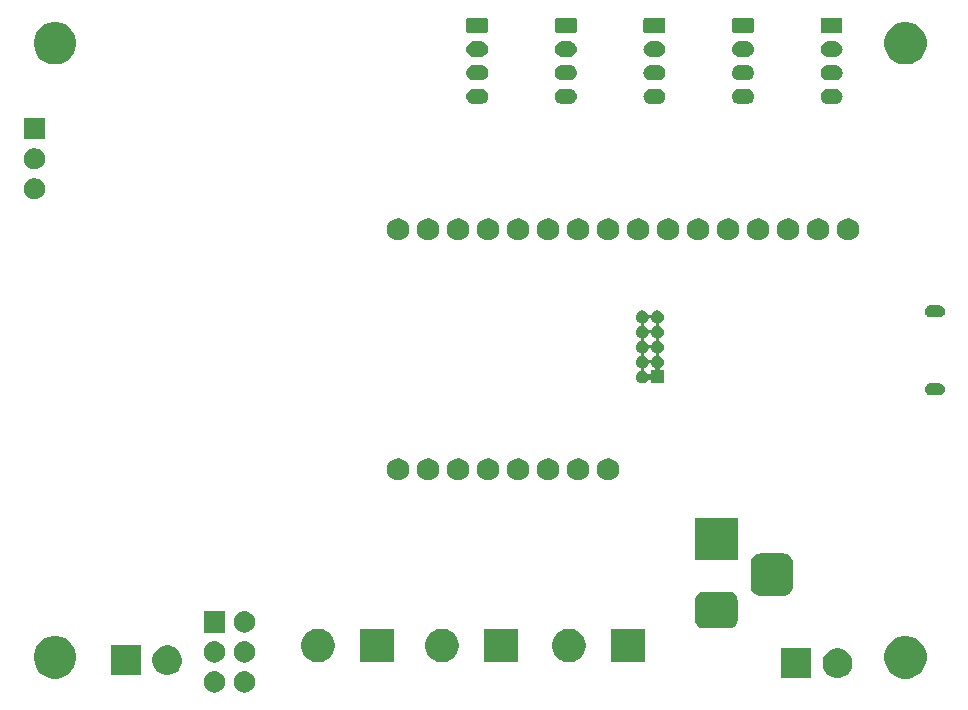
<source format=gbr>
G04 #@! TF.GenerationSoftware,KiCad,Pcbnew,5.1.5-1.fc31*
G04 #@! TF.CreationDate,2020-06-03T18:37:50+07:00*
G04 #@! TF.ProjectId,MP_SamBaseBoard_V1,4d505f53-616d-4426-9173-65426f617264,rev?*
G04 #@! TF.SameCoordinates,Original*
G04 #@! TF.FileFunction,Soldermask,Bot*
G04 #@! TF.FilePolarity,Negative*
%FSLAX45Y45*%
G04 Gerber Fmt 4.5, Leading zero omitted, Abs format (unit mm)*
G04 Created by KiCad (PCBNEW 5.1.5-1.fc31) date 2020-06-03 18:37:50*
%MOMM*%
%LPD*%
G04 APERTURE LIST*
%ADD10C,0.100000*%
G04 APERTURE END LIST*
D10*
G36*
X18990351Y-21993393D02*
G01*
X19005281Y-21996362D01*
X19021678Y-22003154D01*
X19036435Y-22013015D01*
X19048985Y-22025565D01*
X19058846Y-22040322D01*
X19065638Y-22056719D01*
X19069100Y-22074126D01*
X19069100Y-22091874D01*
X19065638Y-22109281D01*
X19058846Y-22125678D01*
X19048985Y-22140435D01*
X19036435Y-22152985D01*
X19021678Y-22162846D01*
X19005281Y-22169638D01*
X18990351Y-22172607D01*
X18987874Y-22173100D01*
X18970126Y-22173100D01*
X18967649Y-22172607D01*
X18952719Y-22169638D01*
X18936322Y-22162846D01*
X18921565Y-22152985D01*
X18909015Y-22140435D01*
X18899154Y-22125678D01*
X18892362Y-22109281D01*
X18888900Y-22091874D01*
X18888900Y-22074126D01*
X18892362Y-22056719D01*
X18899154Y-22040322D01*
X18909015Y-22025565D01*
X18921565Y-22013015D01*
X18936322Y-22003154D01*
X18952719Y-21996362D01*
X18967649Y-21993393D01*
X18970126Y-21992900D01*
X18987874Y-21992900D01*
X18990351Y-21993393D01*
G37*
G36*
X18736351Y-21993393D02*
G01*
X18751281Y-21996362D01*
X18767678Y-22003154D01*
X18782435Y-22013015D01*
X18794985Y-22025565D01*
X18804846Y-22040322D01*
X18811638Y-22056719D01*
X18815100Y-22074126D01*
X18815100Y-22091874D01*
X18811638Y-22109281D01*
X18804846Y-22125678D01*
X18794985Y-22140435D01*
X18782435Y-22152985D01*
X18767678Y-22162846D01*
X18751281Y-22169638D01*
X18736351Y-22172607D01*
X18733874Y-22173100D01*
X18716126Y-22173100D01*
X18713649Y-22172607D01*
X18698719Y-22169638D01*
X18682322Y-22162846D01*
X18667565Y-22152985D01*
X18655015Y-22140435D01*
X18645154Y-22125678D01*
X18638362Y-22109281D01*
X18634900Y-22091874D01*
X18634900Y-22074126D01*
X18638362Y-22056719D01*
X18645154Y-22040322D01*
X18655015Y-22025565D01*
X18667565Y-22013015D01*
X18682322Y-22003154D01*
X18698719Y-21996362D01*
X18713649Y-21993393D01*
X18716126Y-21992900D01*
X18733874Y-21992900D01*
X18736351Y-21993393D01*
G37*
G36*
X24627533Y-21701821D02*
G01*
X24660309Y-21715397D01*
X24689807Y-21735107D01*
X24714893Y-21760193D01*
X24734603Y-21789691D01*
X24748179Y-21822467D01*
X24755100Y-21857262D01*
X24755100Y-21892738D01*
X24748179Y-21927533D01*
X24734603Y-21960309D01*
X24714893Y-21989807D01*
X24689807Y-22014893D01*
X24660309Y-22034603D01*
X24627533Y-22048179D01*
X24592738Y-22055100D01*
X24557262Y-22055100D01*
X24522467Y-22048179D01*
X24489691Y-22034603D01*
X24460193Y-22014893D01*
X24435107Y-21989807D01*
X24415397Y-21960309D01*
X24401821Y-21927533D01*
X24394900Y-21892738D01*
X24394900Y-21857262D01*
X24401821Y-21822467D01*
X24415397Y-21789691D01*
X24435107Y-21760193D01*
X24460193Y-21735107D01*
X24489691Y-21715397D01*
X24522467Y-21701821D01*
X24557262Y-21694900D01*
X24592738Y-21694900D01*
X24627533Y-21701821D01*
G37*
G36*
X17427533Y-21701821D02*
G01*
X17460309Y-21715397D01*
X17489807Y-21735107D01*
X17514893Y-21760193D01*
X17534603Y-21789691D01*
X17548179Y-21822467D01*
X17555100Y-21857262D01*
X17555100Y-21892738D01*
X17548179Y-21927533D01*
X17534603Y-21960309D01*
X17514893Y-21989807D01*
X17489807Y-22014893D01*
X17460309Y-22034603D01*
X17427533Y-22048179D01*
X17392738Y-22055100D01*
X17357262Y-22055100D01*
X17322467Y-22048179D01*
X17289691Y-22034603D01*
X17260193Y-22014893D01*
X17235107Y-21989807D01*
X17215397Y-21960309D01*
X17201821Y-21927533D01*
X17194900Y-21892738D01*
X17194900Y-21857262D01*
X17201821Y-21822467D01*
X17215397Y-21789691D01*
X17235107Y-21760193D01*
X17260193Y-21735107D01*
X17289691Y-21715397D01*
X17322467Y-21701821D01*
X17357262Y-21694900D01*
X17392738Y-21694900D01*
X17427533Y-21701821D01*
G37*
G36*
X23775100Y-22050100D02*
G01*
X23524900Y-22050100D01*
X23524900Y-21799900D01*
X23775100Y-21799900D01*
X23775100Y-22050100D01*
G37*
G36*
X24026492Y-21802719D02*
G01*
X24036490Y-21804708D01*
X24059257Y-21814138D01*
X24079747Y-21827829D01*
X24097171Y-21845253D01*
X24105195Y-21857262D01*
X24110862Y-21865743D01*
X24120292Y-21888510D01*
X24125100Y-21912679D01*
X24125100Y-21937321D01*
X24120737Y-21959257D01*
X24120292Y-21961490D01*
X24110862Y-21984257D01*
X24097171Y-22004747D01*
X24079747Y-22022172D01*
X24059257Y-22035862D01*
X24059257Y-22035862D01*
X24059257Y-22035862D01*
X24036490Y-22045293D01*
X24012321Y-22050100D01*
X23987679Y-22050100D01*
X23963510Y-22045293D01*
X23940743Y-22035862D01*
X23940743Y-22035862D01*
X23940743Y-22035862D01*
X23920253Y-22022172D01*
X23902828Y-22004747D01*
X23889138Y-21984257D01*
X23879707Y-21961490D01*
X23879263Y-21959257D01*
X23874900Y-21937321D01*
X23874900Y-21912679D01*
X23879707Y-21888510D01*
X23889138Y-21865743D01*
X23894805Y-21857262D01*
X23902828Y-21845253D01*
X23920253Y-21827829D01*
X23940743Y-21814138D01*
X23963510Y-21804708D01*
X23973508Y-21802719D01*
X23987679Y-21799900D01*
X24012321Y-21799900D01*
X24026492Y-21802719D01*
G37*
G36*
X18100100Y-22025100D02*
G01*
X17849900Y-22025100D01*
X17849900Y-21774900D01*
X18100100Y-21774900D01*
X18100100Y-22025100D01*
G37*
G36*
X18361490Y-21779708D02*
G01*
X18384033Y-21789045D01*
X18384257Y-21789138D01*
X18404747Y-21802829D01*
X18422172Y-21820253D01*
X18427233Y-21827829D01*
X18435862Y-21840743D01*
X18445293Y-21863510D01*
X18450100Y-21887679D01*
X18450100Y-21912321D01*
X18447074Y-21927533D01*
X18445293Y-21936490D01*
X18435862Y-21959257D01*
X18422172Y-21979747D01*
X18404747Y-21997172D01*
X18384257Y-22010862D01*
X18384257Y-22010862D01*
X18384257Y-22010862D01*
X18361490Y-22020293D01*
X18337321Y-22025100D01*
X18312679Y-22025100D01*
X18288510Y-22020293D01*
X18265743Y-22010862D01*
X18265743Y-22010862D01*
X18265743Y-22010862D01*
X18245253Y-21997172D01*
X18227829Y-21979747D01*
X18214138Y-21959257D01*
X18204708Y-21936490D01*
X18202926Y-21927533D01*
X18199900Y-21912321D01*
X18199900Y-21887679D01*
X18204708Y-21863510D01*
X18214138Y-21840743D01*
X18222767Y-21827829D01*
X18227829Y-21820253D01*
X18245253Y-21802829D01*
X18265743Y-21789138D01*
X18265967Y-21789045D01*
X18288510Y-21779708D01*
X18312679Y-21774900D01*
X18337321Y-21774900D01*
X18361490Y-21779708D01*
G37*
G36*
X18736351Y-21739393D02*
G01*
X18751281Y-21742362D01*
X18767678Y-21749154D01*
X18782435Y-21759015D01*
X18794985Y-21771565D01*
X18804846Y-21786322D01*
X18811638Y-21802719D01*
X18815100Y-21820126D01*
X18815100Y-21837874D01*
X18811638Y-21855281D01*
X18804846Y-21871678D01*
X18794985Y-21886435D01*
X18782435Y-21898985D01*
X18767678Y-21908846D01*
X18751281Y-21915638D01*
X18736351Y-21918607D01*
X18733874Y-21919100D01*
X18716126Y-21919100D01*
X18713649Y-21918607D01*
X18698719Y-21915638D01*
X18682322Y-21908846D01*
X18667565Y-21898985D01*
X18655015Y-21886435D01*
X18645154Y-21871678D01*
X18638362Y-21855281D01*
X18634900Y-21837874D01*
X18634900Y-21820126D01*
X18638362Y-21802719D01*
X18645154Y-21786322D01*
X18655015Y-21771565D01*
X18667565Y-21759015D01*
X18682322Y-21749154D01*
X18698719Y-21742362D01*
X18713649Y-21739393D01*
X18716126Y-21738900D01*
X18733874Y-21738900D01*
X18736351Y-21739393D01*
G37*
G36*
X18990351Y-21739393D02*
G01*
X19005281Y-21742362D01*
X19021678Y-21749154D01*
X19036435Y-21759015D01*
X19048985Y-21771565D01*
X19058846Y-21786322D01*
X19065638Y-21802719D01*
X19069100Y-21820126D01*
X19069100Y-21837874D01*
X19065638Y-21855281D01*
X19058846Y-21871678D01*
X19048985Y-21886435D01*
X19036435Y-21898985D01*
X19021678Y-21908846D01*
X19005281Y-21915638D01*
X18990351Y-21918607D01*
X18987874Y-21919100D01*
X18970126Y-21919100D01*
X18967649Y-21918607D01*
X18952719Y-21915638D01*
X18936322Y-21908846D01*
X18921565Y-21898985D01*
X18909015Y-21886435D01*
X18899154Y-21871678D01*
X18892362Y-21855281D01*
X18888900Y-21837874D01*
X18888900Y-21820126D01*
X18892362Y-21802719D01*
X18899154Y-21786322D01*
X18909015Y-21771565D01*
X18921565Y-21759015D01*
X18936322Y-21749154D01*
X18952719Y-21742362D01*
X18967649Y-21739393D01*
X18970126Y-21738900D01*
X18987874Y-21738900D01*
X18990351Y-21739393D01*
G37*
G36*
X20691595Y-21637880D02*
G01*
X20717546Y-21648629D01*
X20717546Y-21648630D01*
X20740902Y-21664235D01*
X20760765Y-21684098D01*
X20760765Y-21684098D01*
X20776371Y-21707454D01*
X20787120Y-21733405D01*
X20792600Y-21760955D01*
X20792600Y-21789045D01*
X20787120Y-21816595D01*
X20776371Y-21842546D01*
X20774562Y-21845254D01*
X20760765Y-21865902D01*
X20740902Y-21885765D01*
X20736794Y-21888510D01*
X20717546Y-21901371D01*
X20691595Y-21912120D01*
X20664045Y-21917600D01*
X20635955Y-21917600D01*
X20608405Y-21912120D01*
X20582454Y-21901371D01*
X20563206Y-21888510D01*
X20559098Y-21885765D01*
X20539235Y-21865902D01*
X20525438Y-21845254D01*
X20523629Y-21842546D01*
X20512880Y-21816595D01*
X20507400Y-21789045D01*
X20507400Y-21760955D01*
X20512880Y-21733405D01*
X20523629Y-21707454D01*
X20539235Y-21684098D01*
X20539235Y-21684098D01*
X20559098Y-21664235D01*
X20582454Y-21648630D01*
X20582454Y-21648629D01*
X20608405Y-21637880D01*
X20635955Y-21632400D01*
X20664045Y-21632400D01*
X20691595Y-21637880D01*
G37*
G36*
X19641595Y-21637880D02*
G01*
X19667546Y-21648629D01*
X19667546Y-21648630D01*
X19690902Y-21664235D01*
X19710765Y-21684098D01*
X19710765Y-21684098D01*
X19726371Y-21707454D01*
X19737120Y-21733405D01*
X19742600Y-21760955D01*
X19742600Y-21789045D01*
X19737120Y-21816595D01*
X19726371Y-21842546D01*
X19724562Y-21845254D01*
X19710765Y-21865902D01*
X19690902Y-21885765D01*
X19686794Y-21888510D01*
X19667546Y-21901371D01*
X19641595Y-21912120D01*
X19614045Y-21917600D01*
X19585955Y-21917600D01*
X19558405Y-21912120D01*
X19532454Y-21901371D01*
X19513206Y-21888510D01*
X19509098Y-21885765D01*
X19489235Y-21865902D01*
X19475438Y-21845254D01*
X19473629Y-21842546D01*
X19462880Y-21816595D01*
X19457400Y-21789045D01*
X19457400Y-21760955D01*
X19462880Y-21733405D01*
X19473629Y-21707454D01*
X19489235Y-21684098D01*
X19489235Y-21684098D01*
X19509098Y-21664235D01*
X19532454Y-21648630D01*
X19532454Y-21648629D01*
X19558405Y-21637880D01*
X19585955Y-21632400D01*
X19614045Y-21632400D01*
X19641595Y-21637880D01*
G37*
G36*
X20242600Y-21917600D02*
G01*
X19957400Y-21917600D01*
X19957400Y-21632400D01*
X20242600Y-21632400D01*
X20242600Y-21917600D01*
G37*
G36*
X22367600Y-21917600D02*
G01*
X22082400Y-21917600D01*
X22082400Y-21632400D01*
X22367600Y-21632400D01*
X22367600Y-21917600D01*
G37*
G36*
X21292600Y-21917600D02*
G01*
X21007400Y-21917600D01*
X21007400Y-21632400D01*
X21292600Y-21632400D01*
X21292600Y-21917600D01*
G37*
G36*
X21766595Y-21637880D02*
G01*
X21792546Y-21648629D01*
X21792546Y-21648630D01*
X21815902Y-21664235D01*
X21835765Y-21684098D01*
X21835765Y-21684098D01*
X21851371Y-21707454D01*
X21862120Y-21733405D01*
X21867600Y-21760955D01*
X21867600Y-21789045D01*
X21862120Y-21816595D01*
X21851371Y-21842546D01*
X21849562Y-21845254D01*
X21835765Y-21865902D01*
X21815902Y-21885765D01*
X21811794Y-21888510D01*
X21792546Y-21901371D01*
X21766595Y-21912120D01*
X21739045Y-21917600D01*
X21710955Y-21917600D01*
X21683405Y-21912120D01*
X21657454Y-21901371D01*
X21638206Y-21888510D01*
X21634098Y-21885765D01*
X21614235Y-21865902D01*
X21600438Y-21845254D01*
X21598629Y-21842546D01*
X21587880Y-21816595D01*
X21582400Y-21789045D01*
X21582400Y-21760955D01*
X21587880Y-21733405D01*
X21598629Y-21707454D01*
X21614235Y-21684098D01*
X21614235Y-21684098D01*
X21634098Y-21664235D01*
X21657454Y-21648630D01*
X21657454Y-21648629D01*
X21683405Y-21637880D01*
X21710955Y-21632400D01*
X21739045Y-21632400D01*
X21766595Y-21637880D01*
G37*
G36*
X18815100Y-21665100D02*
G01*
X18634900Y-21665100D01*
X18634900Y-21484900D01*
X18815100Y-21484900D01*
X18815100Y-21665100D01*
G37*
G36*
X18990351Y-21485393D02*
G01*
X19005281Y-21488362D01*
X19021678Y-21495154D01*
X19036435Y-21505015D01*
X19048985Y-21517565D01*
X19058846Y-21532322D01*
X19065638Y-21548719D01*
X19069100Y-21566126D01*
X19069100Y-21583874D01*
X19065638Y-21601281D01*
X19058846Y-21617678D01*
X19048985Y-21632435D01*
X19036435Y-21644985D01*
X19021678Y-21654846D01*
X19005281Y-21661638D01*
X18990351Y-21664607D01*
X18987874Y-21665100D01*
X18970126Y-21665100D01*
X18967649Y-21664607D01*
X18952719Y-21661638D01*
X18936322Y-21654846D01*
X18921565Y-21644985D01*
X18909015Y-21632435D01*
X18899154Y-21617678D01*
X18892362Y-21601281D01*
X18888900Y-21583874D01*
X18888900Y-21566126D01*
X18892362Y-21548719D01*
X18899154Y-21532322D01*
X18909015Y-21517565D01*
X18921565Y-21505015D01*
X18936322Y-21495154D01*
X18952719Y-21488362D01*
X18967649Y-21485393D01*
X18970126Y-21484900D01*
X18987874Y-21484900D01*
X18990351Y-21485393D01*
G37*
G36*
X23097698Y-21321329D02*
G01*
X23111062Y-21325383D01*
X23123378Y-21331966D01*
X23134174Y-21340826D01*
X23143034Y-21351622D01*
X23149617Y-21363938D01*
X23153671Y-21377302D01*
X23155100Y-21391814D01*
X23155100Y-21558186D01*
X23153671Y-21572698D01*
X23149617Y-21586063D01*
X23143034Y-21598378D01*
X23134174Y-21609174D01*
X23123378Y-21618034D01*
X23111062Y-21624617D01*
X23097698Y-21628671D01*
X23083186Y-21630100D01*
X22866814Y-21630100D01*
X22852302Y-21628671D01*
X22838937Y-21624617D01*
X22826622Y-21618034D01*
X22815826Y-21609174D01*
X22806966Y-21598378D01*
X22800383Y-21586063D01*
X22796329Y-21572698D01*
X22794900Y-21558186D01*
X22794900Y-21391814D01*
X22796329Y-21377302D01*
X22800383Y-21363938D01*
X22806966Y-21351622D01*
X22815826Y-21340826D01*
X22826622Y-21331966D01*
X22838937Y-21325383D01*
X22852302Y-21321329D01*
X22866814Y-21319900D01*
X23083186Y-21319900D01*
X23097698Y-21321329D01*
G37*
G36*
X23557637Y-20996570D02*
G01*
X23573346Y-21001335D01*
X23587823Y-21009073D01*
X23600513Y-21019487D01*
X23610927Y-21032177D01*
X23618665Y-21046654D01*
X23623430Y-21062363D01*
X23625100Y-21079314D01*
X23625100Y-21270686D01*
X23623430Y-21287637D01*
X23618665Y-21303346D01*
X23610927Y-21317823D01*
X23600513Y-21330513D01*
X23587823Y-21340927D01*
X23573346Y-21348665D01*
X23557637Y-21353431D01*
X23540686Y-21355100D01*
X23349314Y-21355100D01*
X23332363Y-21353431D01*
X23316654Y-21348665D01*
X23302177Y-21340927D01*
X23289487Y-21330513D01*
X23279073Y-21317823D01*
X23271335Y-21303346D01*
X23266569Y-21287637D01*
X23264900Y-21270686D01*
X23264900Y-21079314D01*
X23266569Y-21062363D01*
X23271335Y-21046654D01*
X23279073Y-21032177D01*
X23289487Y-21019487D01*
X23302177Y-21009073D01*
X23316654Y-21001335D01*
X23332363Y-20996570D01*
X23349314Y-20994900D01*
X23540686Y-20994900D01*
X23557637Y-20996570D01*
G37*
G36*
X23155100Y-21055100D02*
G01*
X22794900Y-21055100D01*
X22794900Y-20694900D01*
X23155100Y-20694900D01*
X23155100Y-21055100D01*
G37*
G36*
X20555361Y-20192428D02*
G01*
X20561413Y-20193632D01*
X20578516Y-20200716D01*
X20593909Y-20211001D01*
X20606999Y-20224091D01*
X20617284Y-20239484D01*
X20624368Y-20256587D01*
X20627980Y-20274744D01*
X20627980Y-20293256D01*
X20624368Y-20311413D01*
X20617284Y-20328516D01*
X20606999Y-20343909D01*
X20593909Y-20356999D01*
X20578516Y-20367284D01*
X20561413Y-20374368D01*
X20555361Y-20375572D01*
X20543256Y-20377980D01*
X20524744Y-20377980D01*
X20512639Y-20375572D01*
X20506587Y-20374368D01*
X20489484Y-20367284D01*
X20474091Y-20356999D01*
X20461001Y-20343909D01*
X20450716Y-20328516D01*
X20443632Y-20311413D01*
X20440020Y-20293256D01*
X20440020Y-20274744D01*
X20443632Y-20256587D01*
X20450716Y-20239484D01*
X20461001Y-20224091D01*
X20474091Y-20211001D01*
X20489484Y-20200716D01*
X20506587Y-20193632D01*
X20512639Y-20192428D01*
X20524744Y-20190020D01*
X20543256Y-20190020D01*
X20555361Y-20192428D01*
G37*
G36*
X21825361Y-20192428D02*
G01*
X21831413Y-20193632D01*
X21848516Y-20200716D01*
X21863909Y-20211001D01*
X21876999Y-20224091D01*
X21887284Y-20239484D01*
X21894368Y-20256587D01*
X21897980Y-20274744D01*
X21897980Y-20293256D01*
X21894368Y-20311413D01*
X21887284Y-20328516D01*
X21876999Y-20343909D01*
X21863909Y-20356999D01*
X21848516Y-20367284D01*
X21831413Y-20374368D01*
X21825361Y-20375572D01*
X21813256Y-20377980D01*
X21794744Y-20377980D01*
X21782639Y-20375572D01*
X21776587Y-20374368D01*
X21759484Y-20367284D01*
X21744091Y-20356999D01*
X21731001Y-20343909D01*
X21720716Y-20328516D01*
X21713632Y-20311413D01*
X21710020Y-20293256D01*
X21710020Y-20274744D01*
X21713632Y-20256587D01*
X21720716Y-20239484D01*
X21731001Y-20224091D01*
X21744091Y-20211001D01*
X21759484Y-20200716D01*
X21776587Y-20193632D01*
X21782639Y-20192428D01*
X21794744Y-20190020D01*
X21813256Y-20190020D01*
X21825361Y-20192428D01*
G37*
G36*
X21571361Y-20192428D02*
G01*
X21577413Y-20193632D01*
X21594516Y-20200716D01*
X21609909Y-20211001D01*
X21622999Y-20224091D01*
X21633284Y-20239484D01*
X21640368Y-20256587D01*
X21643980Y-20274744D01*
X21643980Y-20293256D01*
X21640368Y-20311413D01*
X21633284Y-20328516D01*
X21622999Y-20343909D01*
X21609909Y-20356999D01*
X21594516Y-20367284D01*
X21577413Y-20374368D01*
X21571361Y-20375572D01*
X21559256Y-20377980D01*
X21540744Y-20377980D01*
X21528639Y-20375572D01*
X21522587Y-20374368D01*
X21505484Y-20367284D01*
X21490091Y-20356999D01*
X21477001Y-20343909D01*
X21466716Y-20328516D01*
X21459632Y-20311413D01*
X21456020Y-20293256D01*
X21456020Y-20274744D01*
X21459632Y-20256587D01*
X21466716Y-20239484D01*
X21477001Y-20224091D01*
X21490091Y-20211001D01*
X21505484Y-20200716D01*
X21522587Y-20193632D01*
X21528639Y-20192428D01*
X21540744Y-20190020D01*
X21559256Y-20190020D01*
X21571361Y-20192428D01*
G37*
G36*
X21317361Y-20192428D02*
G01*
X21323413Y-20193632D01*
X21340516Y-20200716D01*
X21355909Y-20211001D01*
X21368999Y-20224091D01*
X21379284Y-20239484D01*
X21386368Y-20256587D01*
X21389980Y-20274744D01*
X21389980Y-20293256D01*
X21386368Y-20311413D01*
X21379284Y-20328516D01*
X21368999Y-20343909D01*
X21355909Y-20356999D01*
X21340516Y-20367284D01*
X21323413Y-20374368D01*
X21317361Y-20375572D01*
X21305256Y-20377980D01*
X21286744Y-20377980D01*
X21274639Y-20375572D01*
X21268587Y-20374368D01*
X21251484Y-20367284D01*
X21236091Y-20356999D01*
X21223001Y-20343909D01*
X21212716Y-20328516D01*
X21205632Y-20311413D01*
X21202020Y-20293256D01*
X21202020Y-20274744D01*
X21205632Y-20256587D01*
X21212716Y-20239484D01*
X21223001Y-20224091D01*
X21236091Y-20211001D01*
X21251484Y-20200716D01*
X21268587Y-20193632D01*
X21274639Y-20192428D01*
X21286744Y-20190020D01*
X21305256Y-20190020D01*
X21317361Y-20192428D01*
G37*
G36*
X20809361Y-20192428D02*
G01*
X20815413Y-20193632D01*
X20832516Y-20200716D01*
X20847909Y-20211001D01*
X20860999Y-20224091D01*
X20871284Y-20239484D01*
X20878368Y-20256587D01*
X20881980Y-20274744D01*
X20881980Y-20293256D01*
X20878368Y-20311413D01*
X20871284Y-20328516D01*
X20860999Y-20343909D01*
X20847909Y-20356999D01*
X20832516Y-20367284D01*
X20815413Y-20374368D01*
X20809361Y-20375572D01*
X20797256Y-20377980D01*
X20778744Y-20377980D01*
X20766639Y-20375572D01*
X20760587Y-20374368D01*
X20743484Y-20367284D01*
X20728091Y-20356999D01*
X20715001Y-20343909D01*
X20704716Y-20328516D01*
X20697632Y-20311413D01*
X20694020Y-20293256D01*
X20694020Y-20274744D01*
X20697632Y-20256587D01*
X20704716Y-20239484D01*
X20715001Y-20224091D01*
X20728091Y-20211001D01*
X20743484Y-20200716D01*
X20760587Y-20193632D01*
X20766639Y-20192428D01*
X20778744Y-20190020D01*
X20797256Y-20190020D01*
X20809361Y-20192428D01*
G37*
G36*
X22079361Y-20192428D02*
G01*
X22085413Y-20193632D01*
X22102516Y-20200716D01*
X22117909Y-20211001D01*
X22130999Y-20224091D01*
X22141284Y-20239484D01*
X22148368Y-20256587D01*
X22151980Y-20274744D01*
X22151980Y-20293256D01*
X22148368Y-20311413D01*
X22141284Y-20328516D01*
X22130999Y-20343909D01*
X22117909Y-20356999D01*
X22102516Y-20367284D01*
X22085413Y-20374368D01*
X22079361Y-20375572D01*
X22067256Y-20377980D01*
X22048744Y-20377980D01*
X22036639Y-20375572D01*
X22030587Y-20374368D01*
X22013484Y-20367284D01*
X21998091Y-20356999D01*
X21985001Y-20343909D01*
X21974716Y-20328516D01*
X21967632Y-20311413D01*
X21964020Y-20293256D01*
X21964020Y-20274744D01*
X21967632Y-20256587D01*
X21974716Y-20239484D01*
X21985001Y-20224091D01*
X21998091Y-20211001D01*
X22013484Y-20200716D01*
X22030587Y-20193632D01*
X22036639Y-20192428D01*
X22048744Y-20190020D01*
X22067256Y-20190020D01*
X22079361Y-20192428D01*
G37*
G36*
X20301361Y-20192428D02*
G01*
X20307413Y-20193632D01*
X20324516Y-20200716D01*
X20339909Y-20211001D01*
X20352999Y-20224091D01*
X20363284Y-20239484D01*
X20370368Y-20256587D01*
X20373980Y-20274744D01*
X20373980Y-20293256D01*
X20370368Y-20311413D01*
X20363284Y-20328516D01*
X20352999Y-20343909D01*
X20339909Y-20356999D01*
X20324516Y-20367284D01*
X20307413Y-20374368D01*
X20301361Y-20375572D01*
X20289256Y-20377980D01*
X20270744Y-20377980D01*
X20258639Y-20375572D01*
X20252587Y-20374368D01*
X20235484Y-20367284D01*
X20220091Y-20356999D01*
X20207001Y-20343909D01*
X20196716Y-20328516D01*
X20189632Y-20311413D01*
X20186020Y-20293256D01*
X20186020Y-20274744D01*
X20189632Y-20256587D01*
X20196716Y-20239484D01*
X20207001Y-20224091D01*
X20220091Y-20211001D01*
X20235484Y-20200716D01*
X20252587Y-20193632D01*
X20258639Y-20192428D01*
X20270744Y-20190020D01*
X20289256Y-20190020D01*
X20301361Y-20192428D01*
G37*
G36*
X21063361Y-20192428D02*
G01*
X21069413Y-20193632D01*
X21086516Y-20200716D01*
X21101909Y-20211001D01*
X21114999Y-20224091D01*
X21125284Y-20239484D01*
X21132368Y-20256587D01*
X21135980Y-20274744D01*
X21135980Y-20293256D01*
X21132368Y-20311413D01*
X21125284Y-20328516D01*
X21114999Y-20343909D01*
X21101909Y-20356999D01*
X21086516Y-20367284D01*
X21069413Y-20374368D01*
X21063361Y-20375572D01*
X21051256Y-20377980D01*
X21032744Y-20377980D01*
X21020639Y-20375572D01*
X21014587Y-20374368D01*
X20997484Y-20367284D01*
X20982091Y-20356999D01*
X20969001Y-20343909D01*
X20958716Y-20328516D01*
X20951632Y-20311413D01*
X20948020Y-20293256D01*
X20948020Y-20274744D01*
X20951632Y-20256587D01*
X20958716Y-20239484D01*
X20969001Y-20224091D01*
X20982091Y-20211001D01*
X20997484Y-20200716D01*
X21014587Y-20193632D01*
X21020639Y-20192428D01*
X21032744Y-20190020D01*
X21051256Y-20190020D01*
X21063361Y-20192428D01*
G37*
G36*
X24869821Y-19555625D02*
G01*
X24879265Y-19558490D01*
X24887969Y-19563142D01*
X24895597Y-19569403D01*
X24901858Y-19577031D01*
X24906510Y-19585735D01*
X24909375Y-19595179D01*
X24910342Y-19605000D01*
X24909375Y-19614821D01*
X24906510Y-19624265D01*
X24901858Y-19632969D01*
X24895597Y-19640598D01*
X24887969Y-19646858D01*
X24879265Y-19651510D01*
X24869821Y-19654375D01*
X24862461Y-19655100D01*
X24787539Y-19655100D01*
X24780179Y-19654375D01*
X24770735Y-19651510D01*
X24762031Y-19646858D01*
X24754402Y-19640598D01*
X24748142Y-19632969D01*
X24743490Y-19624265D01*
X24740625Y-19614821D01*
X24739658Y-19605000D01*
X24740625Y-19595179D01*
X24743490Y-19585735D01*
X24748142Y-19577031D01*
X24754402Y-19569403D01*
X24762031Y-19563142D01*
X24770735Y-19558490D01*
X24780179Y-19555625D01*
X24787539Y-19554900D01*
X24862461Y-19554900D01*
X24869821Y-19555625D01*
G37*
G36*
X22364072Y-18939017D02*
G01*
X22374099Y-18943171D01*
X22374100Y-18943171D01*
X22383124Y-18949201D01*
X22390799Y-18956876D01*
X22390799Y-18956876D01*
X22396829Y-18965901D01*
X22399952Y-18973439D01*
X22401107Y-18975600D01*
X22402661Y-18977494D01*
X22404555Y-18979049D01*
X22406716Y-18980204D01*
X22409061Y-18980915D01*
X22411500Y-18981155D01*
X22413939Y-18980915D01*
X22416283Y-18980204D01*
X22418445Y-18979049D01*
X22420339Y-18977494D01*
X22421893Y-18975600D01*
X22423048Y-18973439D01*
X22426171Y-18965901D01*
X22432201Y-18956876D01*
X22432201Y-18956876D01*
X22439876Y-18949201D01*
X22448900Y-18943171D01*
X22448900Y-18943171D01*
X22458928Y-18939017D01*
X22469573Y-18936900D01*
X22480427Y-18936900D01*
X22491072Y-18939017D01*
X22501099Y-18943171D01*
X22501100Y-18943171D01*
X22510124Y-18949201D01*
X22517799Y-18956876D01*
X22517799Y-18956876D01*
X22523829Y-18965901D01*
X22527983Y-18975928D01*
X22530100Y-18986573D01*
X22530100Y-18997427D01*
X22527983Y-19008072D01*
X22523829Y-19018100D01*
X22523829Y-19018100D01*
X22517799Y-19027124D01*
X22510124Y-19034799D01*
X22505581Y-19037835D01*
X22501099Y-19040829D01*
X22493561Y-19043952D01*
X22491400Y-19045107D01*
X22489506Y-19046661D01*
X22487951Y-19048555D01*
X22486796Y-19050717D01*
X22486085Y-19053061D01*
X22485845Y-19055500D01*
X22486085Y-19057939D01*
X22486796Y-19060284D01*
X22487951Y-19062445D01*
X22489506Y-19064339D01*
X22491400Y-19065893D01*
X22493561Y-19067048D01*
X22501099Y-19070171D01*
X22501100Y-19070171D01*
X22510124Y-19076201D01*
X22517799Y-19083876D01*
X22517799Y-19083876D01*
X22523829Y-19092901D01*
X22527983Y-19102928D01*
X22530100Y-19113573D01*
X22530100Y-19124427D01*
X22527983Y-19135072D01*
X22523829Y-19145100D01*
X22523829Y-19145100D01*
X22517799Y-19154124D01*
X22510124Y-19161799D01*
X22505581Y-19164835D01*
X22501099Y-19167829D01*
X22493561Y-19170952D01*
X22491400Y-19172107D01*
X22489506Y-19173661D01*
X22487951Y-19175555D01*
X22486796Y-19177717D01*
X22486085Y-19180061D01*
X22485845Y-19182500D01*
X22486085Y-19184939D01*
X22486796Y-19187284D01*
X22487951Y-19189445D01*
X22489506Y-19191339D01*
X22491400Y-19192893D01*
X22493561Y-19194048D01*
X22501099Y-19197171D01*
X22501100Y-19197171D01*
X22510124Y-19203201D01*
X22517799Y-19210876D01*
X22517799Y-19210876D01*
X22523829Y-19219901D01*
X22527983Y-19229928D01*
X22530100Y-19240573D01*
X22530100Y-19251427D01*
X22527983Y-19262072D01*
X22523829Y-19272100D01*
X22523829Y-19272100D01*
X22517799Y-19281124D01*
X22510124Y-19288799D01*
X22505581Y-19291835D01*
X22501099Y-19294829D01*
X22493561Y-19297952D01*
X22491400Y-19299107D01*
X22489506Y-19300661D01*
X22487951Y-19302555D01*
X22486796Y-19304717D01*
X22486085Y-19307061D01*
X22485845Y-19309500D01*
X22486085Y-19311939D01*
X22486796Y-19314284D01*
X22487951Y-19316445D01*
X22489506Y-19318339D01*
X22491400Y-19319893D01*
X22493561Y-19321048D01*
X22501099Y-19324171D01*
X22501100Y-19324171D01*
X22510124Y-19330201D01*
X22517799Y-19337876D01*
X22517799Y-19337876D01*
X22523829Y-19346901D01*
X22527983Y-19356928D01*
X22530100Y-19367573D01*
X22530100Y-19378427D01*
X22527983Y-19389072D01*
X22523829Y-19399100D01*
X22523829Y-19399100D01*
X22517799Y-19408124D01*
X22510124Y-19415799D01*
X22506982Y-19417899D01*
X22500834Y-19422007D01*
X22498939Y-19423561D01*
X22497385Y-19425456D01*
X22496230Y-19427617D01*
X22495518Y-19429962D01*
X22495278Y-19432400D01*
X22495518Y-19434839D01*
X22496230Y-19437184D01*
X22497385Y-19439345D01*
X22498939Y-19441239D01*
X22500834Y-19442793D01*
X22502995Y-19443949D01*
X22505340Y-19444660D01*
X22507778Y-19444900D01*
X22530100Y-19444900D01*
X22530100Y-19555100D01*
X22419900Y-19555100D01*
X22419900Y-19532778D01*
X22419660Y-19530340D01*
X22418948Y-19527995D01*
X22417793Y-19525834D01*
X22416239Y-19523939D01*
X22414345Y-19522385D01*
X22412184Y-19521230D01*
X22409839Y-19520519D01*
X22407400Y-19520278D01*
X22404961Y-19520519D01*
X22402617Y-19521230D01*
X22400455Y-19522385D01*
X22398561Y-19523939D01*
X22397007Y-19525834D01*
X22392899Y-19531982D01*
X22390799Y-19535124D01*
X22383124Y-19542799D01*
X22378581Y-19545835D01*
X22374099Y-19548829D01*
X22364072Y-19552983D01*
X22353427Y-19555100D01*
X22342573Y-19555100D01*
X22331928Y-19552983D01*
X22321901Y-19548829D01*
X22317419Y-19545835D01*
X22312876Y-19542799D01*
X22305201Y-19535124D01*
X22302004Y-19530340D01*
X22299171Y-19526100D01*
X22295017Y-19516072D01*
X22292900Y-19505427D01*
X22292900Y-19494573D01*
X22295017Y-19483928D01*
X22299171Y-19473901D01*
X22305201Y-19464876D01*
X22305201Y-19464876D01*
X22312876Y-19457201D01*
X22321900Y-19451171D01*
X22321901Y-19451171D01*
X22329439Y-19448048D01*
X22331600Y-19446893D01*
X22333494Y-19445339D01*
X22335049Y-19443445D01*
X22336204Y-19441284D01*
X22336915Y-19438939D01*
X22337155Y-19436500D01*
X22358845Y-19436500D01*
X22359085Y-19438939D01*
X22359796Y-19441284D01*
X22360951Y-19443445D01*
X22362506Y-19445339D01*
X22364400Y-19446893D01*
X22366561Y-19448048D01*
X22374099Y-19451171D01*
X22374100Y-19451171D01*
X22383124Y-19457201D01*
X22390799Y-19464876D01*
X22390799Y-19464876D01*
X22397007Y-19474166D01*
X22398561Y-19476061D01*
X22400456Y-19477615D01*
X22402617Y-19478770D01*
X22404961Y-19479482D01*
X22407400Y-19479722D01*
X22409839Y-19479482D01*
X22412184Y-19478770D01*
X22414345Y-19477615D01*
X22416239Y-19476061D01*
X22417793Y-19474166D01*
X22418948Y-19472005D01*
X22419660Y-19469660D01*
X22419900Y-19467222D01*
X22419900Y-19444900D01*
X22442222Y-19444900D01*
X22444660Y-19444660D01*
X22447005Y-19443949D01*
X22449166Y-19442793D01*
X22451061Y-19441239D01*
X22452615Y-19439345D01*
X22453770Y-19437184D01*
X22454481Y-19434839D01*
X22454722Y-19432400D01*
X22454481Y-19429962D01*
X22453770Y-19427617D01*
X22452615Y-19425456D01*
X22451061Y-19423561D01*
X22449166Y-19422007D01*
X22443018Y-19417899D01*
X22439876Y-19415799D01*
X22432201Y-19408124D01*
X22426171Y-19399100D01*
X22426171Y-19399100D01*
X22423048Y-19391561D01*
X22421893Y-19389400D01*
X22420339Y-19387506D01*
X22418445Y-19385951D01*
X22416283Y-19384796D01*
X22413939Y-19384085D01*
X22411500Y-19383845D01*
X22409061Y-19384085D01*
X22406716Y-19384796D01*
X22404555Y-19385951D01*
X22402661Y-19387506D01*
X22401107Y-19389400D01*
X22399952Y-19391561D01*
X22396829Y-19399100D01*
X22396829Y-19399100D01*
X22390799Y-19408124D01*
X22383124Y-19415799D01*
X22378581Y-19418835D01*
X22374099Y-19421829D01*
X22366561Y-19424952D01*
X22364400Y-19426107D01*
X22362506Y-19427661D01*
X22360951Y-19429555D01*
X22359796Y-19431717D01*
X22359085Y-19434061D01*
X22358845Y-19436500D01*
X22337155Y-19436500D01*
X22336915Y-19434061D01*
X22336204Y-19431717D01*
X22335049Y-19429555D01*
X22333494Y-19427661D01*
X22331600Y-19426107D01*
X22329439Y-19424952D01*
X22321901Y-19421829D01*
X22317419Y-19418835D01*
X22312876Y-19415799D01*
X22305201Y-19408124D01*
X22299171Y-19399100D01*
X22299171Y-19399100D01*
X22295017Y-19389072D01*
X22292900Y-19378427D01*
X22292900Y-19367573D01*
X22295017Y-19356928D01*
X22299171Y-19346901D01*
X22305201Y-19337876D01*
X22305201Y-19337876D01*
X22312876Y-19330201D01*
X22321900Y-19324171D01*
X22321901Y-19324171D01*
X22329439Y-19321048D01*
X22331600Y-19319893D01*
X22333494Y-19318339D01*
X22335049Y-19316445D01*
X22336204Y-19314284D01*
X22336915Y-19311939D01*
X22337155Y-19309500D01*
X22358845Y-19309500D01*
X22359085Y-19311939D01*
X22359796Y-19314284D01*
X22360951Y-19316445D01*
X22362506Y-19318339D01*
X22364400Y-19319893D01*
X22366561Y-19321048D01*
X22374099Y-19324171D01*
X22374100Y-19324171D01*
X22383124Y-19330201D01*
X22390799Y-19337876D01*
X22390799Y-19337876D01*
X22396829Y-19346901D01*
X22399952Y-19354439D01*
X22401107Y-19356600D01*
X22402661Y-19358494D01*
X22404555Y-19360049D01*
X22406716Y-19361204D01*
X22409061Y-19361915D01*
X22411500Y-19362155D01*
X22413939Y-19361915D01*
X22416283Y-19361204D01*
X22418445Y-19360049D01*
X22420339Y-19358494D01*
X22421893Y-19356600D01*
X22423048Y-19354439D01*
X22426171Y-19346901D01*
X22432201Y-19337876D01*
X22432201Y-19337876D01*
X22439876Y-19330201D01*
X22448900Y-19324171D01*
X22448900Y-19324171D01*
X22456439Y-19321048D01*
X22458600Y-19319893D01*
X22460494Y-19318339D01*
X22462049Y-19316445D01*
X22463204Y-19314284D01*
X22463915Y-19311939D01*
X22464155Y-19309500D01*
X22463915Y-19307061D01*
X22463204Y-19304717D01*
X22462049Y-19302555D01*
X22460494Y-19300661D01*
X22458600Y-19299107D01*
X22456439Y-19297952D01*
X22448900Y-19294829D01*
X22444419Y-19291835D01*
X22439876Y-19288799D01*
X22432201Y-19281124D01*
X22426171Y-19272100D01*
X22426171Y-19272100D01*
X22423048Y-19264561D01*
X22421893Y-19262400D01*
X22420339Y-19260506D01*
X22418445Y-19258951D01*
X22416283Y-19257796D01*
X22413939Y-19257085D01*
X22411500Y-19256845D01*
X22409061Y-19257085D01*
X22406716Y-19257796D01*
X22404555Y-19258951D01*
X22402661Y-19260506D01*
X22401107Y-19262400D01*
X22399952Y-19264561D01*
X22396829Y-19272100D01*
X22396829Y-19272100D01*
X22390799Y-19281124D01*
X22383124Y-19288799D01*
X22378581Y-19291835D01*
X22374099Y-19294829D01*
X22366561Y-19297952D01*
X22364400Y-19299107D01*
X22362506Y-19300661D01*
X22360951Y-19302555D01*
X22359796Y-19304717D01*
X22359085Y-19307061D01*
X22358845Y-19309500D01*
X22337155Y-19309500D01*
X22336915Y-19307061D01*
X22336204Y-19304717D01*
X22335049Y-19302555D01*
X22333494Y-19300661D01*
X22331600Y-19299107D01*
X22329439Y-19297952D01*
X22321901Y-19294829D01*
X22317419Y-19291835D01*
X22312876Y-19288799D01*
X22305201Y-19281124D01*
X22299171Y-19272100D01*
X22299171Y-19272100D01*
X22295017Y-19262072D01*
X22292900Y-19251427D01*
X22292900Y-19240573D01*
X22295017Y-19229928D01*
X22299171Y-19219901D01*
X22305201Y-19210876D01*
X22305201Y-19210876D01*
X22312876Y-19203201D01*
X22321900Y-19197171D01*
X22321901Y-19197171D01*
X22329439Y-19194048D01*
X22331600Y-19192893D01*
X22333494Y-19191339D01*
X22335049Y-19189445D01*
X22336204Y-19187284D01*
X22336915Y-19184939D01*
X22337155Y-19182500D01*
X22358845Y-19182500D01*
X22359085Y-19184939D01*
X22359796Y-19187284D01*
X22360951Y-19189445D01*
X22362506Y-19191339D01*
X22364400Y-19192893D01*
X22366561Y-19194048D01*
X22374099Y-19197171D01*
X22374100Y-19197171D01*
X22383124Y-19203201D01*
X22390799Y-19210876D01*
X22390799Y-19210876D01*
X22396829Y-19219901D01*
X22399952Y-19227439D01*
X22401107Y-19229600D01*
X22402661Y-19231494D01*
X22404555Y-19233049D01*
X22406716Y-19234204D01*
X22409061Y-19234915D01*
X22411500Y-19235155D01*
X22413939Y-19234915D01*
X22416283Y-19234204D01*
X22418445Y-19233049D01*
X22420339Y-19231494D01*
X22421893Y-19229600D01*
X22423048Y-19227439D01*
X22426171Y-19219901D01*
X22432201Y-19210876D01*
X22432201Y-19210876D01*
X22439876Y-19203201D01*
X22448900Y-19197171D01*
X22448900Y-19197171D01*
X22456439Y-19194048D01*
X22458600Y-19192893D01*
X22460494Y-19191339D01*
X22462049Y-19189445D01*
X22463204Y-19187284D01*
X22463915Y-19184939D01*
X22464155Y-19182500D01*
X22463915Y-19180061D01*
X22463204Y-19177717D01*
X22462049Y-19175555D01*
X22460494Y-19173661D01*
X22458600Y-19172107D01*
X22456439Y-19170952D01*
X22448900Y-19167829D01*
X22444419Y-19164835D01*
X22439876Y-19161799D01*
X22432201Y-19154124D01*
X22426171Y-19145100D01*
X22426171Y-19145100D01*
X22423048Y-19137561D01*
X22421893Y-19135400D01*
X22420339Y-19133506D01*
X22418445Y-19131951D01*
X22416283Y-19130796D01*
X22413939Y-19130085D01*
X22411500Y-19129845D01*
X22409061Y-19130085D01*
X22406716Y-19130796D01*
X22404555Y-19131951D01*
X22402661Y-19133506D01*
X22401107Y-19135400D01*
X22399952Y-19137561D01*
X22396829Y-19145100D01*
X22396829Y-19145100D01*
X22390799Y-19154124D01*
X22383124Y-19161799D01*
X22378581Y-19164835D01*
X22374099Y-19167829D01*
X22366561Y-19170952D01*
X22364400Y-19172107D01*
X22362506Y-19173661D01*
X22360951Y-19175555D01*
X22359796Y-19177717D01*
X22359085Y-19180061D01*
X22358845Y-19182500D01*
X22337155Y-19182500D01*
X22336915Y-19180061D01*
X22336204Y-19177717D01*
X22335049Y-19175555D01*
X22333494Y-19173661D01*
X22331600Y-19172107D01*
X22329439Y-19170952D01*
X22321901Y-19167829D01*
X22317419Y-19164835D01*
X22312876Y-19161799D01*
X22305201Y-19154124D01*
X22299171Y-19145100D01*
X22299171Y-19145100D01*
X22295017Y-19135072D01*
X22292900Y-19124427D01*
X22292900Y-19113573D01*
X22295017Y-19102928D01*
X22299171Y-19092901D01*
X22305201Y-19083876D01*
X22305201Y-19083876D01*
X22312876Y-19076201D01*
X22321900Y-19070171D01*
X22321901Y-19070171D01*
X22329439Y-19067048D01*
X22331600Y-19065893D01*
X22333494Y-19064339D01*
X22335049Y-19062445D01*
X22336204Y-19060284D01*
X22336915Y-19057939D01*
X22337155Y-19055500D01*
X22358845Y-19055500D01*
X22359085Y-19057939D01*
X22359796Y-19060284D01*
X22360951Y-19062445D01*
X22362506Y-19064339D01*
X22364400Y-19065893D01*
X22366561Y-19067048D01*
X22374099Y-19070171D01*
X22374100Y-19070171D01*
X22383124Y-19076201D01*
X22390799Y-19083876D01*
X22390799Y-19083876D01*
X22396829Y-19092901D01*
X22399952Y-19100439D01*
X22401107Y-19102600D01*
X22402661Y-19104494D01*
X22404555Y-19106049D01*
X22406716Y-19107204D01*
X22409061Y-19107915D01*
X22411500Y-19108155D01*
X22413939Y-19107915D01*
X22416283Y-19107204D01*
X22418445Y-19106049D01*
X22420339Y-19104494D01*
X22421893Y-19102600D01*
X22423048Y-19100439D01*
X22426171Y-19092901D01*
X22432201Y-19083876D01*
X22432201Y-19083876D01*
X22439876Y-19076201D01*
X22448900Y-19070171D01*
X22448900Y-19070171D01*
X22456439Y-19067048D01*
X22458600Y-19065893D01*
X22460494Y-19064339D01*
X22462049Y-19062445D01*
X22463204Y-19060284D01*
X22463915Y-19057939D01*
X22464155Y-19055500D01*
X22463915Y-19053061D01*
X22463204Y-19050717D01*
X22462049Y-19048555D01*
X22460494Y-19046661D01*
X22458600Y-19045107D01*
X22456439Y-19043952D01*
X22448900Y-19040829D01*
X22444419Y-19037835D01*
X22439876Y-19034799D01*
X22432201Y-19027124D01*
X22426171Y-19018100D01*
X22426171Y-19018100D01*
X22423048Y-19010561D01*
X22421893Y-19008400D01*
X22420339Y-19006506D01*
X22418445Y-19004951D01*
X22416283Y-19003796D01*
X22413939Y-19003085D01*
X22411500Y-19002845D01*
X22409061Y-19003085D01*
X22406716Y-19003796D01*
X22404555Y-19004951D01*
X22402661Y-19006506D01*
X22401107Y-19008400D01*
X22399952Y-19010561D01*
X22396829Y-19018100D01*
X22396829Y-19018100D01*
X22390799Y-19027124D01*
X22383124Y-19034799D01*
X22378581Y-19037835D01*
X22374099Y-19040829D01*
X22366561Y-19043952D01*
X22364400Y-19045107D01*
X22362506Y-19046661D01*
X22360951Y-19048555D01*
X22359796Y-19050717D01*
X22359085Y-19053061D01*
X22358845Y-19055500D01*
X22337155Y-19055500D01*
X22336915Y-19053061D01*
X22336204Y-19050717D01*
X22335049Y-19048555D01*
X22333494Y-19046661D01*
X22331600Y-19045107D01*
X22329439Y-19043952D01*
X22321901Y-19040829D01*
X22317419Y-19037835D01*
X22312876Y-19034799D01*
X22305201Y-19027124D01*
X22299171Y-19018100D01*
X22299171Y-19018100D01*
X22295017Y-19008072D01*
X22292900Y-18997427D01*
X22292900Y-18986573D01*
X22295017Y-18975928D01*
X22299171Y-18965901D01*
X22305201Y-18956876D01*
X22305201Y-18956876D01*
X22312876Y-18949201D01*
X22321900Y-18943171D01*
X22321901Y-18943171D01*
X22331928Y-18939017D01*
X22342573Y-18936900D01*
X22353427Y-18936900D01*
X22364072Y-18939017D01*
G37*
G36*
X24869821Y-18895625D02*
G01*
X24879265Y-18898490D01*
X24887969Y-18903142D01*
X24895597Y-18909403D01*
X24901858Y-18917031D01*
X24906510Y-18925735D01*
X24909375Y-18935179D01*
X24910342Y-18945000D01*
X24909375Y-18954821D01*
X24906510Y-18964265D01*
X24901858Y-18972969D01*
X24895597Y-18980598D01*
X24887969Y-18986858D01*
X24879265Y-18991510D01*
X24869821Y-18994375D01*
X24862461Y-18995100D01*
X24787539Y-18995100D01*
X24780179Y-18994375D01*
X24770735Y-18991510D01*
X24762031Y-18986858D01*
X24754402Y-18980598D01*
X24748142Y-18972969D01*
X24743490Y-18964265D01*
X24740625Y-18954821D01*
X24739658Y-18945000D01*
X24740625Y-18935179D01*
X24743490Y-18925735D01*
X24748142Y-18917031D01*
X24754402Y-18909403D01*
X24762031Y-18903142D01*
X24770735Y-18898490D01*
X24780179Y-18895625D01*
X24787539Y-18894900D01*
X24862461Y-18894900D01*
X24869821Y-18895625D01*
G37*
G36*
X24111361Y-18160428D02*
G01*
X24117413Y-18161632D01*
X24134516Y-18168716D01*
X24149909Y-18179001D01*
X24162999Y-18192091D01*
X24173284Y-18207484D01*
X24180368Y-18224587D01*
X24183980Y-18242744D01*
X24183980Y-18261256D01*
X24180368Y-18279413D01*
X24173284Y-18296516D01*
X24162999Y-18311909D01*
X24149909Y-18324999D01*
X24134516Y-18335284D01*
X24117413Y-18342368D01*
X24111361Y-18343572D01*
X24099256Y-18345980D01*
X24080744Y-18345980D01*
X24068639Y-18343572D01*
X24062587Y-18342368D01*
X24045484Y-18335284D01*
X24030091Y-18324999D01*
X24017001Y-18311909D01*
X24006716Y-18296516D01*
X23999632Y-18279413D01*
X23996020Y-18261256D01*
X23996020Y-18242744D01*
X23999632Y-18224587D01*
X24006716Y-18207484D01*
X24017001Y-18192091D01*
X24030091Y-18179001D01*
X24045484Y-18168716D01*
X24062587Y-18161632D01*
X24068639Y-18160428D01*
X24080744Y-18158020D01*
X24099256Y-18158020D01*
X24111361Y-18160428D01*
G37*
G36*
X20809361Y-18160428D02*
G01*
X20815413Y-18161632D01*
X20832516Y-18168716D01*
X20847909Y-18179001D01*
X20860999Y-18192091D01*
X20871284Y-18207484D01*
X20878368Y-18224587D01*
X20881980Y-18242744D01*
X20881980Y-18261256D01*
X20878368Y-18279413D01*
X20871284Y-18296516D01*
X20860999Y-18311909D01*
X20847909Y-18324999D01*
X20832516Y-18335284D01*
X20815413Y-18342368D01*
X20809361Y-18343572D01*
X20797256Y-18345980D01*
X20778744Y-18345980D01*
X20766639Y-18343572D01*
X20760587Y-18342368D01*
X20743484Y-18335284D01*
X20728091Y-18324999D01*
X20715001Y-18311909D01*
X20704716Y-18296516D01*
X20697632Y-18279413D01*
X20694020Y-18261256D01*
X20694020Y-18242744D01*
X20697632Y-18224587D01*
X20704716Y-18207484D01*
X20715001Y-18192091D01*
X20728091Y-18179001D01*
X20743484Y-18168716D01*
X20760587Y-18161632D01*
X20766639Y-18160428D01*
X20778744Y-18158020D01*
X20797256Y-18158020D01*
X20809361Y-18160428D01*
G37*
G36*
X23857361Y-18160428D02*
G01*
X23863413Y-18161632D01*
X23880516Y-18168716D01*
X23895909Y-18179001D01*
X23908999Y-18192091D01*
X23919284Y-18207484D01*
X23926368Y-18224587D01*
X23929980Y-18242744D01*
X23929980Y-18261256D01*
X23926368Y-18279413D01*
X23919284Y-18296516D01*
X23908999Y-18311909D01*
X23895909Y-18324999D01*
X23880516Y-18335284D01*
X23863413Y-18342368D01*
X23857361Y-18343572D01*
X23845256Y-18345980D01*
X23826744Y-18345980D01*
X23814639Y-18343572D01*
X23808587Y-18342368D01*
X23791484Y-18335284D01*
X23776091Y-18324999D01*
X23763001Y-18311909D01*
X23752716Y-18296516D01*
X23745632Y-18279413D01*
X23742020Y-18261256D01*
X23742020Y-18242744D01*
X23745632Y-18224587D01*
X23752716Y-18207484D01*
X23763001Y-18192091D01*
X23776091Y-18179001D01*
X23791484Y-18168716D01*
X23808587Y-18161632D01*
X23814639Y-18160428D01*
X23826744Y-18158020D01*
X23845256Y-18158020D01*
X23857361Y-18160428D01*
G37*
G36*
X23603361Y-18160428D02*
G01*
X23609413Y-18161632D01*
X23626516Y-18168716D01*
X23641909Y-18179001D01*
X23654999Y-18192091D01*
X23665284Y-18207484D01*
X23672368Y-18224587D01*
X23675980Y-18242744D01*
X23675980Y-18261256D01*
X23672368Y-18279413D01*
X23665284Y-18296516D01*
X23654999Y-18311909D01*
X23641909Y-18324999D01*
X23626516Y-18335284D01*
X23609413Y-18342368D01*
X23603361Y-18343572D01*
X23591256Y-18345980D01*
X23572744Y-18345980D01*
X23560639Y-18343572D01*
X23554587Y-18342368D01*
X23537484Y-18335284D01*
X23522091Y-18324999D01*
X23509001Y-18311909D01*
X23498716Y-18296516D01*
X23491632Y-18279413D01*
X23488020Y-18261256D01*
X23488020Y-18242744D01*
X23491632Y-18224587D01*
X23498716Y-18207484D01*
X23509001Y-18192091D01*
X23522091Y-18179001D01*
X23537484Y-18168716D01*
X23554587Y-18161632D01*
X23560639Y-18160428D01*
X23572744Y-18158020D01*
X23591256Y-18158020D01*
X23603361Y-18160428D01*
G37*
G36*
X23349361Y-18160428D02*
G01*
X23355413Y-18161632D01*
X23372516Y-18168716D01*
X23387909Y-18179001D01*
X23400999Y-18192091D01*
X23411284Y-18207484D01*
X23418368Y-18224587D01*
X23421980Y-18242744D01*
X23421980Y-18261256D01*
X23418368Y-18279413D01*
X23411284Y-18296516D01*
X23400999Y-18311909D01*
X23387909Y-18324999D01*
X23372516Y-18335284D01*
X23355413Y-18342368D01*
X23349361Y-18343572D01*
X23337256Y-18345980D01*
X23318744Y-18345980D01*
X23306639Y-18343572D01*
X23300587Y-18342368D01*
X23283484Y-18335284D01*
X23268091Y-18324999D01*
X23255001Y-18311909D01*
X23244716Y-18296516D01*
X23237632Y-18279413D01*
X23234020Y-18261256D01*
X23234020Y-18242744D01*
X23237632Y-18224587D01*
X23244716Y-18207484D01*
X23255001Y-18192091D01*
X23268091Y-18179001D01*
X23283484Y-18168716D01*
X23300587Y-18161632D01*
X23306639Y-18160428D01*
X23318744Y-18158020D01*
X23337256Y-18158020D01*
X23349361Y-18160428D01*
G37*
G36*
X20301361Y-18160428D02*
G01*
X20307413Y-18161632D01*
X20324516Y-18168716D01*
X20339909Y-18179001D01*
X20352999Y-18192091D01*
X20363284Y-18207484D01*
X20370368Y-18224587D01*
X20373980Y-18242744D01*
X20373980Y-18261256D01*
X20370368Y-18279413D01*
X20363284Y-18296516D01*
X20352999Y-18311909D01*
X20339909Y-18324999D01*
X20324516Y-18335284D01*
X20307413Y-18342368D01*
X20301361Y-18343572D01*
X20289256Y-18345980D01*
X20270744Y-18345980D01*
X20258639Y-18343572D01*
X20252587Y-18342368D01*
X20235484Y-18335284D01*
X20220091Y-18324999D01*
X20207001Y-18311909D01*
X20196716Y-18296516D01*
X20189632Y-18279413D01*
X20186020Y-18261256D01*
X20186020Y-18242744D01*
X20189632Y-18224587D01*
X20196716Y-18207484D01*
X20207001Y-18192091D01*
X20220091Y-18179001D01*
X20235484Y-18168716D01*
X20252587Y-18161632D01*
X20258639Y-18160428D01*
X20270744Y-18158020D01*
X20289256Y-18158020D01*
X20301361Y-18160428D01*
G37*
G36*
X20555361Y-18160428D02*
G01*
X20561413Y-18161632D01*
X20578516Y-18168716D01*
X20593909Y-18179001D01*
X20606999Y-18192091D01*
X20617284Y-18207484D01*
X20624368Y-18224587D01*
X20627980Y-18242744D01*
X20627980Y-18261256D01*
X20624368Y-18279413D01*
X20617284Y-18296516D01*
X20606999Y-18311909D01*
X20593909Y-18324999D01*
X20578516Y-18335284D01*
X20561413Y-18342368D01*
X20555361Y-18343572D01*
X20543256Y-18345980D01*
X20524744Y-18345980D01*
X20512639Y-18343572D01*
X20506587Y-18342368D01*
X20489484Y-18335284D01*
X20474091Y-18324999D01*
X20461001Y-18311909D01*
X20450716Y-18296516D01*
X20443632Y-18279413D01*
X20440020Y-18261256D01*
X20440020Y-18242744D01*
X20443632Y-18224587D01*
X20450716Y-18207484D01*
X20461001Y-18192091D01*
X20474091Y-18179001D01*
X20489484Y-18168716D01*
X20506587Y-18161632D01*
X20512639Y-18160428D01*
X20524744Y-18158020D01*
X20543256Y-18158020D01*
X20555361Y-18160428D01*
G37*
G36*
X21063361Y-18160428D02*
G01*
X21069413Y-18161632D01*
X21086516Y-18168716D01*
X21101909Y-18179001D01*
X21114999Y-18192091D01*
X21125284Y-18207484D01*
X21132368Y-18224587D01*
X21135980Y-18242744D01*
X21135980Y-18261256D01*
X21132368Y-18279413D01*
X21125284Y-18296516D01*
X21114999Y-18311909D01*
X21101909Y-18324999D01*
X21086516Y-18335284D01*
X21069413Y-18342368D01*
X21063361Y-18343572D01*
X21051256Y-18345980D01*
X21032744Y-18345980D01*
X21020639Y-18343572D01*
X21014587Y-18342368D01*
X20997484Y-18335284D01*
X20982091Y-18324999D01*
X20969001Y-18311909D01*
X20958716Y-18296516D01*
X20951632Y-18279413D01*
X20948020Y-18261256D01*
X20948020Y-18242744D01*
X20951632Y-18224587D01*
X20958716Y-18207484D01*
X20969001Y-18192091D01*
X20982091Y-18179001D01*
X20997484Y-18168716D01*
X21014587Y-18161632D01*
X21020639Y-18160428D01*
X21032744Y-18158020D01*
X21051256Y-18158020D01*
X21063361Y-18160428D01*
G37*
G36*
X21825361Y-18160428D02*
G01*
X21831413Y-18161632D01*
X21848516Y-18168716D01*
X21863909Y-18179001D01*
X21876999Y-18192091D01*
X21887284Y-18207484D01*
X21894368Y-18224587D01*
X21897980Y-18242744D01*
X21897980Y-18261256D01*
X21894368Y-18279413D01*
X21887284Y-18296516D01*
X21876999Y-18311909D01*
X21863909Y-18324999D01*
X21848516Y-18335284D01*
X21831413Y-18342368D01*
X21825361Y-18343572D01*
X21813256Y-18345980D01*
X21794744Y-18345980D01*
X21782639Y-18343572D01*
X21776587Y-18342368D01*
X21759484Y-18335284D01*
X21744091Y-18324999D01*
X21731001Y-18311909D01*
X21720716Y-18296516D01*
X21713632Y-18279413D01*
X21710020Y-18261256D01*
X21710020Y-18242744D01*
X21713632Y-18224587D01*
X21720716Y-18207484D01*
X21731001Y-18192091D01*
X21744091Y-18179001D01*
X21759484Y-18168716D01*
X21776587Y-18161632D01*
X21782639Y-18160428D01*
X21794744Y-18158020D01*
X21813256Y-18158020D01*
X21825361Y-18160428D01*
G37*
G36*
X22079361Y-18160428D02*
G01*
X22085413Y-18161632D01*
X22102516Y-18168716D01*
X22117909Y-18179001D01*
X22130999Y-18192091D01*
X22141284Y-18207484D01*
X22148368Y-18224587D01*
X22151980Y-18242744D01*
X22151980Y-18261256D01*
X22148368Y-18279413D01*
X22141284Y-18296516D01*
X22130999Y-18311909D01*
X22117909Y-18324999D01*
X22102516Y-18335284D01*
X22085413Y-18342368D01*
X22079361Y-18343572D01*
X22067256Y-18345980D01*
X22048744Y-18345980D01*
X22036639Y-18343572D01*
X22030587Y-18342368D01*
X22013484Y-18335284D01*
X21998091Y-18324999D01*
X21985001Y-18311909D01*
X21974716Y-18296516D01*
X21967632Y-18279413D01*
X21964020Y-18261256D01*
X21964020Y-18242744D01*
X21967632Y-18224587D01*
X21974716Y-18207484D01*
X21985001Y-18192091D01*
X21998091Y-18179001D01*
X22013484Y-18168716D01*
X22030587Y-18161632D01*
X22036639Y-18160428D01*
X22048744Y-18158020D01*
X22067256Y-18158020D01*
X22079361Y-18160428D01*
G37*
G36*
X22333361Y-18160428D02*
G01*
X22339413Y-18161632D01*
X22356516Y-18168716D01*
X22371909Y-18179001D01*
X22384999Y-18192091D01*
X22395284Y-18207484D01*
X22402368Y-18224587D01*
X22405980Y-18242744D01*
X22405980Y-18261256D01*
X22402368Y-18279413D01*
X22395284Y-18296516D01*
X22384999Y-18311909D01*
X22371909Y-18324999D01*
X22356516Y-18335284D01*
X22339413Y-18342368D01*
X22333361Y-18343572D01*
X22321256Y-18345980D01*
X22302744Y-18345980D01*
X22290639Y-18343572D01*
X22284587Y-18342368D01*
X22267484Y-18335284D01*
X22252091Y-18324999D01*
X22239001Y-18311909D01*
X22228716Y-18296516D01*
X22221632Y-18279413D01*
X22218020Y-18261256D01*
X22218020Y-18242744D01*
X22221632Y-18224587D01*
X22228716Y-18207484D01*
X22239001Y-18192091D01*
X22252091Y-18179001D01*
X22267484Y-18168716D01*
X22284587Y-18161632D01*
X22290639Y-18160428D01*
X22302744Y-18158020D01*
X22321256Y-18158020D01*
X22333361Y-18160428D01*
G37*
G36*
X22587361Y-18160428D02*
G01*
X22593413Y-18161632D01*
X22610516Y-18168716D01*
X22625909Y-18179001D01*
X22638999Y-18192091D01*
X22649284Y-18207484D01*
X22656368Y-18224587D01*
X22659980Y-18242744D01*
X22659980Y-18261256D01*
X22656368Y-18279413D01*
X22649284Y-18296516D01*
X22638999Y-18311909D01*
X22625909Y-18324999D01*
X22610516Y-18335284D01*
X22593413Y-18342368D01*
X22587361Y-18343572D01*
X22575256Y-18345980D01*
X22556744Y-18345980D01*
X22544639Y-18343572D01*
X22538587Y-18342368D01*
X22521484Y-18335284D01*
X22506091Y-18324999D01*
X22493001Y-18311909D01*
X22482716Y-18296516D01*
X22475632Y-18279413D01*
X22472020Y-18261256D01*
X22472020Y-18242744D01*
X22475632Y-18224587D01*
X22482716Y-18207484D01*
X22493001Y-18192091D01*
X22506091Y-18179001D01*
X22521484Y-18168716D01*
X22538587Y-18161632D01*
X22544639Y-18160428D01*
X22556744Y-18158020D01*
X22575256Y-18158020D01*
X22587361Y-18160428D01*
G37*
G36*
X22841361Y-18160428D02*
G01*
X22847413Y-18161632D01*
X22864516Y-18168716D01*
X22879909Y-18179001D01*
X22892999Y-18192091D01*
X22903284Y-18207484D01*
X22910368Y-18224587D01*
X22913980Y-18242744D01*
X22913980Y-18261256D01*
X22910368Y-18279413D01*
X22903284Y-18296516D01*
X22892999Y-18311909D01*
X22879909Y-18324999D01*
X22864516Y-18335284D01*
X22847413Y-18342368D01*
X22841361Y-18343572D01*
X22829256Y-18345980D01*
X22810744Y-18345980D01*
X22798639Y-18343572D01*
X22792587Y-18342368D01*
X22775484Y-18335284D01*
X22760091Y-18324999D01*
X22747001Y-18311909D01*
X22736716Y-18296516D01*
X22729632Y-18279413D01*
X22726020Y-18261256D01*
X22726020Y-18242744D01*
X22729632Y-18224587D01*
X22736716Y-18207484D01*
X22747001Y-18192091D01*
X22760091Y-18179001D01*
X22775484Y-18168716D01*
X22792587Y-18161632D01*
X22798639Y-18160428D01*
X22810744Y-18158020D01*
X22829256Y-18158020D01*
X22841361Y-18160428D01*
G37*
G36*
X23095361Y-18160428D02*
G01*
X23101413Y-18161632D01*
X23118516Y-18168716D01*
X23133909Y-18179001D01*
X23146999Y-18192091D01*
X23157284Y-18207484D01*
X23164368Y-18224587D01*
X23167980Y-18242744D01*
X23167980Y-18261256D01*
X23164368Y-18279413D01*
X23157284Y-18296516D01*
X23146999Y-18311909D01*
X23133909Y-18324999D01*
X23118516Y-18335284D01*
X23101413Y-18342368D01*
X23095361Y-18343572D01*
X23083256Y-18345980D01*
X23064744Y-18345980D01*
X23052639Y-18343572D01*
X23046587Y-18342368D01*
X23029484Y-18335284D01*
X23014091Y-18324999D01*
X23001001Y-18311909D01*
X22990716Y-18296516D01*
X22983632Y-18279413D01*
X22980020Y-18261256D01*
X22980020Y-18242744D01*
X22983632Y-18224587D01*
X22990716Y-18207484D01*
X23001001Y-18192091D01*
X23014091Y-18179001D01*
X23029484Y-18168716D01*
X23046587Y-18161632D01*
X23052639Y-18160428D01*
X23064744Y-18158020D01*
X23083256Y-18158020D01*
X23095361Y-18160428D01*
G37*
G36*
X21317361Y-18160428D02*
G01*
X21323413Y-18161632D01*
X21340516Y-18168716D01*
X21355909Y-18179001D01*
X21368999Y-18192091D01*
X21379284Y-18207484D01*
X21386368Y-18224587D01*
X21389980Y-18242744D01*
X21389980Y-18261256D01*
X21386368Y-18279413D01*
X21379284Y-18296516D01*
X21368999Y-18311909D01*
X21355909Y-18324999D01*
X21340516Y-18335284D01*
X21323413Y-18342368D01*
X21317361Y-18343572D01*
X21305256Y-18345980D01*
X21286744Y-18345980D01*
X21274639Y-18343572D01*
X21268587Y-18342368D01*
X21251484Y-18335284D01*
X21236091Y-18324999D01*
X21223001Y-18311909D01*
X21212716Y-18296516D01*
X21205632Y-18279413D01*
X21202020Y-18261256D01*
X21202020Y-18242744D01*
X21205632Y-18224587D01*
X21212716Y-18207484D01*
X21223001Y-18192091D01*
X21236091Y-18179001D01*
X21251484Y-18168716D01*
X21268587Y-18161632D01*
X21274639Y-18160428D01*
X21286744Y-18158020D01*
X21305256Y-18158020D01*
X21317361Y-18160428D01*
G37*
G36*
X21571361Y-18160428D02*
G01*
X21577413Y-18161632D01*
X21594516Y-18168716D01*
X21609909Y-18179001D01*
X21622999Y-18192091D01*
X21633284Y-18207484D01*
X21640368Y-18224587D01*
X21643980Y-18242744D01*
X21643980Y-18261256D01*
X21640368Y-18279413D01*
X21633284Y-18296516D01*
X21622999Y-18311909D01*
X21609909Y-18324999D01*
X21594516Y-18335284D01*
X21577413Y-18342368D01*
X21571361Y-18343572D01*
X21559256Y-18345980D01*
X21540744Y-18345980D01*
X21528639Y-18343572D01*
X21522587Y-18342368D01*
X21505484Y-18335284D01*
X21490091Y-18324999D01*
X21477001Y-18311909D01*
X21466716Y-18296516D01*
X21459632Y-18279413D01*
X21456020Y-18261256D01*
X21456020Y-18242744D01*
X21459632Y-18224587D01*
X21466716Y-18207484D01*
X21477001Y-18192091D01*
X21490091Y-18179001D01*
X21505484Y-18168716D01*
X21522587Y-18161632D01*
X21528639Y-18160428D01*
X21540744Y-18158020D01*
X21559256Y-18158020D01*
X21571361Y-18160428D01*
G37*
G36*
X17211351Y-17818393D02*
G01*
X17226281Y-17821362D01*
X17242678Y-17828154D01*
X17257435Y-17838015D01*
X17269985Y-17850565D01*
X17279846Y-17865322D01*
X17286638Y-17881719D01*
X17290100Y-17899126D01*
X17290100Y-17916874D01*
X17286638Y-17934281D01*
X17279846Y-17950678D01*
X17269985Y-17965435D01*
X17257435Y-17977985D01*
X17242678Y-17987846D01*
X17226281Y-17994638D01*
X17211351Y-17997607D01*
X17208874Y-17998100D01*
X17191126Y-17998100D01*
X17188649Y-17997607D01*
X17173719Y-17994638D01*
X17157322Y-17987846D01*
X17142565Y-17977985D01*
X17130015Y-17965435D01*
X17120154Y-17950678D01*
X17113362Y-17934281D01*
X17109900Y-17916874D01*
X17109900Y-17899126D01*
X17113362Y-17881719D01*
X17120154Y-17865322D01*
X17130015Y-17850565D01*
X17142565Y-17838015D01*
X17157322Y-17828154D01*
X17173719Y-17821362D01*
X17188649Y-17818393D01*
X17191126Y-17817900D01*
X17208874Y-17817900D01*
X17211351Y-17818393D01*
G37*
G36*
X17211351Y-17564393D02*
G01*
X17226281Y-17567362D01*
X17242678Y-17574154D01*
X17257435Y-17584015D01*
X17269985Y-17596565D01*
X17279846Y-17611322D01*
X17286638Y-17627719D01*
X17290100Y-17645126D01*
X17290100Y-17662874D01*
X17286638Y-17680281D01*
X17279846Y-17696678D01*
X17269985Y-17711435D01*
X17257435Y-17723985D01*
X17242678Y-17733846D01*
X17226281Y-17740638D01*
X17211351Y-17743607D01*
X17208874Y-17744100D01*
X17191126Y-17744100D01*
X17188649Y-17743607D01*
X17173719Y-17740638D01*
X17157322Y-17733846D01*
X17142565Y-17723985D01*
X17130015Y-17711435D01*
X17120154Y-17696678D01*
X17113362Y-17680281D01*
X17109900Y-17662874D01*
X17109900Y-17645126D01*
X17113362Y-17627719D01*
X17120154Y-17611322D01*
X17130015Y-17596565D01*
X17142565Y-17584015D01*
X17157322Y-17574154D01*
X17173719Y-17567362D01*
X17188649Y-17564393D01*
X17191126Y-17563900D01*
X17208874Y-17563900D01*
X17211351Y-17564393D01*
G37*
G36*
X17290100Y-17490100D02*
G01*
X17109900Y-17490100D01*
X17109900Y-17309900D01*
X17290100Y-17309900D01*
X17290100Y-17490100D01*
G37*
G36*
X22483885Y-17060214D02*
G01*
X22490262Y-17060842D01*
X22499340Y-17063596D01*
X22502534Y-17064565D01*
X22513842Y-17070609D01*
X22523755Y-17078745D01*
X22531891Y-17088658D01*
X22537935Y-17099966D01*
X22537935Y-17099967D01*
X22541658Y-17112238D01*
X22542915Y-17125000D01*
X22541658Y-17137762D01*
X22538904Y-17146840D01*
X22537935Y-17150034D01*
X22531891Y-17161343D01*
X22523755Y-17171255D01*
X22513842Y-17179391D01*
X22502534Y-17185435D01*
X22499340Y-17186404D01*
X22490262Y-17189158D01*
X22483885Y-17189786D01*
X22480697Y-17190100D01*
X22419303Y-17190100D01*
X22416114Y-17189786D01*
X22409738Y-17189158D01*
X22400660Y-17186404D01*
X22397466Y-17185435D01*
X22386157Y-17179391D01*
X22376245Y-17171255D01*
X22368109Y-17161343D01*
X22362065Y-17150034D01*
X22361096Y-17146840D01*
X22358342Y-17137762D01*
X22357085Y-17125000D01*
X22358342Y-17112238D01*
X22362065Y-17099967D01*
X22362065Y-17099966D01*
X22368109Y-17088658D01*
X22376245Y-17078745D01*
X22386157Y-17070609D01*
X22397466Y-17064565D01*
X22400660Y-17063596D01*
X22409738Y-17060842D01*
X22416114Y-17060214D01*
X22419303Y-17059900D01*
X22480697Y-17059900D01*
X22483885Y-17060214D01*
G37*
G36*
X23233885Y-17060214D02*
G01*
X23240262Y-17060842D01*
X23249340Y-17063596D01*
X23252534Y-17064565D01*
X23263842Y-17070609D01*
X23273755Y-17078745D01*
X23281891Y-17088658D01*
X23287935Y-17099966D01*
X23287935Y-17099967D01*
X23291658Y-17112238D01*
X23292915Y-17125000D01*
X23291658Y-17137762D01*
X23288904Y-17146840D01*
X23287935Y-17150034D01*
X23281891Y-17161343D01*
X23273755Y-17171255D01*
X23263842Y-17179391D01*
X23252534Y-17185435D01*
X23249340Y-17186404D01*
X23240262Y-17189158D01*
X23233885Y-17189786D01*
X23230697Y-17190100D01*
X23169303Y-17190100D01*
X23166114Y-17189786D01*
X23159738Y-17189158D01*
X23150660Y-17186404D01*
X23147466Y-17185435D01*
X23136157Y-17179391D01*
X23126245Y-17171255D01*
X23118109Y-17161343D01*
X23112065Y-17150034D01*
X23111096Y-17146840D01*
X23108342Y-17137762D01*
X23107085Y-17125000D01*
X23108342Y-17112238D01*
X23112064Y-17099967D01*
X23112065Y-17099966D01*
X23118109Y-17088658D01*
X23126245Y-17078745D01*
X23136157Y-17070609D01*
X23147466Y-17064565D01*
X23150660Y-17063596D01*
X23159738Y-17060842D01*
X23166114Y-17060214D01*
X23169303Y-17059900D01*
X23230697Y-17059900D01*
X23233885Y-17060214D01*
G37*
G36*
X23983885Y-17060214D02*
G01*
X23990262Y-17060842D01*
X23999340Y-17063596D01*
X24002534Y-17064565D01*
X24013842Y-17070609D01*
X24023755Y-17078745D01*
X24031891Y-17088658D01*
X24037935Y-17099966D01*
X24037935Y-17099967D01*
X24041658Y-17112238D01*
X24042915Y-17125000D01*
X24041658Y-17137762D01*
X24038904Y-17146840D01*
X24037935Y-17150034D01*
X24031891Y-17161343D01*
X24023755Y-17171255D01*
X24013842Y-17179391D01*
X24002534Y-17185435D01*
X23999340Y-17186404D01*
X23990262Y-17189158D01*
X23983885Y-17189786D01*
X23980697Y-17190100D01*
X23919303Y-17190100D01*
X23916114Y-17189786D01*
X23909738Y-17189158D01*
X23900660Y-17186404D01*
X23897466Y-17185435D01*
X23886157Y-17179391D01*
X23876245Y-17171255D01*
X23868109Y-17161343D01*
X23862065Y-17150034D01*
X23861096Y-17146840D01*
X23858342Y-17137762D01*
X23857085Y-17125000D01*
X23858342Y-17112238D01*
X23862064Y-17099967D01*
X23862065Y-17099966D01*
X23868109Y-17088658D01*
X23876245Y-17078745D01*
X23886157Y-17070609D01*
X23897466Y-17064565D01*
X23900660Y-17063596D01*
X23909738Y-17060842D01*
X23916114Y-17060214D01*
X23919303Y-17059900D01*
X23980697Y-17059900D01*
X23983885Y-17060214D01*
G37*
G36*
X20983886Y-17060214D02*
G01*
X20990262Y-17060842D01*
X20999340Y-17063596D01*
X21002534Y-17064565D01*
X21013843Y-17070609D01*
X21023755Y-17078745D01*
X21031891Y-17088658D01*
X21037935Y-17099966D01*
X21037936Y-17099967D01*
X21041658Y-17112238D01*
X21042915Y-17125000D01*
X21041658Y-17137762D01*
X21038904Y-17146840D01*
X21037935Y-17150034D01*
X21031891Y-17161343D01*
X21023755Y-17171255D01*
X21013843Y-17179391D01*
X21002534Y-17185435D01*
X20999340Y-17186404D01*
X20990262Y-17189158D01*
X20983886Y-17189786D01*
X20980697Y-17190100D01*
X20919303Y-17190100D01*
X20916115Y-17189786D01*
X20909738Y-17189158D01*
X20900660Y-17186404D01*
X20897466Y-17185435D01*
X20886158Y-17179391D01*
X20876245Y-17171255D01*
X20868109Y-17161343D01*
X20862065Y-17150034D01*
X20861096Y-17146840D01*
X20858342Y-17137762D01*
X20857085Y-17125000D01*
X20858342Y-17112238D01*
X20862065Y-17099967D01*
X20862065Y-17099966D01*
X20868109Y-17088658D01*
X20876245Y-17078745D01*
X20886158Y-17070609D01*
X20897466Y-17064565D01*
X20900660Y-17063596D01*
X20909738Y-17060842D01*
X20916115Y-17060214D01*
X20919303Y-17059900D01*
X20980697Y-17059900D01*
X20983886Y-17060214D01*
G37*
G36*
X21733886Y-17060214D02*
G01*
X21740262Y-17060842D01*
X21749340Y-17063596D01*
X21752534Y-17064565D01*
X21763843Y-17070609D01*
X21773755Y-17078745D01*
X21781891Y-17088658D01*
X21787935Y-17099966D01*
X21787936Y-17099967D01*
X21791658Y-17112238D01*
X21792915Y-17125000D01*
X21791658Y-17137762D01*
X21788904Y-17146840D01*
X21787935Y-17150034D01*
X21781891Y-17161343D01*
X21773755Y-17171255D01*
X21763843Y-17179391D01*
X21752534Y-17185435D01*
X21749340Y-17186404D01*
X21740262Y-17189158D01*
X21733886Y-17189786D01*
X21730697Y-17190100D01*
X21669303Y-17190100D01*
X21666115Y-17189786D01*
X21659738Y-17189158D01*
X21650660Y-17186404D01*
X21647466Y-17185435D01*
X21636158Y-17179391D01*
X21626245Y-17171255D01*
X21618109Y-17161343D01*
X21612065Y-17150034D01*
X21611096Y-17146840D01*
X21608342Y-17137762D01*
X21607085Y-17125000D01*
X21608342Y-17112238D01*
X21612065Y-17099967D01*
X21612065Y-17099966D01*
X21618109Y-17088658D01*
X21626245Y-17078745D01*
X21636158Y-17070609D01*
X21647466Y-17064565D01*
X21650660Y-17063596D01*
X21659738Y-17060842D01*
X21666115Y-17060214D01*
X21669303Y-17059900D01*
X21730697Y-17059900D01*
X21733886Y-17060214D01*
G37*
G36*
X23983885Y-16860214D02*
G01*
X23990262Y-16860842D01*
X23999340Y-16863596D01*
X24002534Y-16864565D01*
X24013842Y-16870609D01*
X24023755Y-16878745D01*
X24031891Y-16888658D01*
X24037935Y-16899966D01*
X24037935Y-16899967D01*
X24041658Y-16912238D01*
X24042915Y-16925000D01*
X24041658Y-16937762D01*
X24038904Y-16946840D01*
X24037935Y-16950034D01*
X24031891Y-16961343D01*
X24023755Y-16971255D01*
X24013842Y-16979391D01*
X24002534Y-16985435D01*
X23999340Y-16986404D01*
X23990262Y-16989158D01*
X23983885Y-16989786D01*
X23980697Y-16990100D01*
X23919303Y-16990100D01*
X23916114Y-16989786D01*
X23909738Y-16989158D01*
X23900660Y-16986404D01*
X23897466Y-16985435D01*
X23886157Y-16979391D01*
X23876245Y-16971255D01*
X23868109Y-16961343D01*
X23862065Y-16950034D01*
X23861096Y-16946840D01*
X23858342Y-16937762D01*
X23857085Y-16925000D01*
X23858342Y-16912238D01*
X23862064Y-16899967D01*
X23862065Y-16899966D01*
X23868109Y-16888658D01*
X23876245Y-16878745D01*
X23886157Y-16870609D01*
X23897466Y-16864565D01*
X23900660Y-16863596D01*
X23909738Y-16860842D01*
X23916114Y-16860214D01*
X23919303Y-16859900D01*
X23980697Y-16859900D01*
X23983885Y-16860214D01*
G37*
G36*
X20983886Y-16860214D02*
G01*
X20990262Y-16860842D01*
X20999340Y-16863596D01*
X21002534Y-16864565D01*
X21013843Y-16870609D01*
X21023755Y-16878745D01*
X21031891Y-16888658D01*
X21037935Y-16899966D01*
X21037936Y-16899967D01*
X21041658Y-16912238D01*
X21042915Y-16925000D01*
X21041658Y-16937762D01*
X21038904Y-16946840D01*
X21037935Y-16950034D01*
X21031891Y-16961343D01*
X21023755Y-16971255D01*
X21013843Y-16979391D01*
X21002534Y-16985435D01*
X20999340Y-16986404D01*
X20990262Y-16989158D01*
X20983886Y-16989786D01*
X20980697Y-16990100D01*
X20919303Y-16990100D01*
X20916115Y-16989786D01*
X20909738Y-16989158D01*
X20900660Y-16986404D01*
X20897466Y-16985435D01*
X20886158Y-16979391D01*
X20876245Y-16971255D01*
X20868109Y-16961343D01*
X20862065Y-16950034D01*
X20861096Y-16946840D01*
X20858342Y-16937762D01*
X20857085Y-16925000D01*
X20858342Y-16912238D01*
X20862065Y-16899967D01*
X20862065Y-16899966D01*
X20868109Y-16888658D01*
X20876245Y-16878745D01*
X20886158Y-16870609D01*
X20897466Y-16864565D01*
X20900660Y-16863596D01*
X20909738Y-16860842D01*
X20916115Y-16860214D01*
X20919303Y-16859900D01*
X20980697Y-16859900D01*
X20983886Y-16860214D01*
G37*
G36*
X21733886Y-16860214D02*
G01*
X21740262Y-16860842D01*
X21749340Y-16863596D01*
X21752534Y-16864565D01*
X21763843Y-16870609D01*
X21773755Y-16878745D01*
X21781891Y-16888658D01*
X21787935Y-16899966D01*
X21787936Y-16899967D01*
X21791658Y-16912238D01*
X21792915Y-16925000D01*
X21791658Y-16937762D01*
X21788904Y-16946840D01*
X21787935Y-16950034D01*
X21781891Y-16961343D01*
X21773755Y-16971255D01*
X21763843Y-16979391D01*
X21752534Y-16985435D01*
X21749340Y-16986404D01*
X21740262Y-16989158D01*
X21733886Y-16989786D01*
X21730697Y-16990100D01*
X21669303Y-16990100D01*
X21666115Y-16989786D01*
X21659738Y-16989158D01*
X21650660Y-16986404D01*
X21647466Y-16985435D01*
X21636158Y-16979391D01*
X21626245Y-16971255D01*
X21618109Y-16961343D01*
X21612065Y-16950034D01*
X21611096Y-16946840D01*
X21608342Y-16937762D01*
X21607085Y-16925000D01*
X21608342Y-16912238D01*
X21612065Y-16899967D01*
X21612065Y-16899966D01*
X21618109Y-16888658D01*
X21626245Y-16878745D01*
X21636158Y-16870609D01*
X21647466Y-16864565D01*
X21650660Y-16863596D01*
X21659738Y-16860842D01*
X21666115Y-16860214D01*
X21669303Y-16859900D01*
X21730697Y-16859900D01*
X21733886Y-16860214D01*
G37*
G36*
X23233885Y-16860214D02*
G01*
X23240262Y-16860842D01*
X23249340Y-16863596D01*
X23252534Y-16864565D01*
X23263842Y-16870609D01*
X23273755Y-16878745D01*
X23281891Y-16888658D01*
X23287935Y-16899966D01*
X23287935Y-16899967D01*
X23291658Y-16912238D01*
X23292915Y-16925000D01*
X23291658Y-16937762D01*
X23288904Y-16946840D01*
X23287935Y-16950034D01*
X23281891Y-16961343D01*
X23273755Y-16971255D01*
X23263842Y-16979391D01*
X23252534Y-16985435D01*
X23249340Y-16986404D01*
X23240262Y-16989158D01*
X23233885Y-16989786D01*
X23230697Y-16990100D01*
X23169303Y-16990100D01*
X23166114Y-16989786D01*
X23159738Y-16989158D01*
X23150660Y-16986404D01*
X23147466Y-16985435D01*
X23136157Y-16979391D01*
X23126245Y-16971255D01*
X23118109Y-16961343D01*
X23112065Y-16950034D01*
X23111096Y-16946840D01*
X23108342Y-16937762D01*
X23107085Y-16925000D01*
X23108342Y-16912238D01*
X23112064Y-16899967D01*
X23112065Y-16899966D01*
X23118109Y-16888658D01*
X23126245Y-16878745D01*
X23136157Y-16870609D01*
X23147466Y-16864565D01*
X23150660Y-16863596D01*
X23159738Y-16860842D01*
X23166114Y-16860214D01*
X23169303Y-16859900D01*
X23230697Y-16859900D01*
X23233885Y-16860214D01*
G37*
G36*
X22483885Y-16860214D02*
G01*
X22490262Y-16860842D01*
X22499340Y-16863596D01*
X22502534Y-16864565D01*
X22513842Y-16870609D01*
X22523755Y-16878745D01*
X22531891Y-16888658D01*
X22537935Y-16899966D01*
X22537935Y-16899967D01*
X22541658Y-16912238D01*
X22542915Y-16925000D01*
X22541658Y-16937762D01*
X22538904Y-16946840D01*
X22537935Y-16950034D01*
X22531891Y-16961343D01*
X22523755Y-16971255D01*
X22513842Y-16979391D01*
X22502534Y-16985435D01*
X22499340Y-16986404D01*
X22490262Y-16989158D01*
X22483885Y-16989786D01*
X22480697Y-16990100D01*
X22419303Y-16990100D01*
X22416114Y-16989786D01*
X22409738Y-16989158D01*
X22400660Y-16986404D01*
X22397466Y-16985435D01*
X22386157Y-16979391D01*
X22376245Y-16971255D01*
X22368109Y-16961343D01*
X22362065Y-16950034D01*
X22361096Y-16946840D01*
X22358342Y-16937762D01*
X22357085Y-16925000D01*
X22358342Y-16912238D01*
X22362065Y-16899967D01*
X22362065Y-16899966D01*
X22368109Y-16888658D01*
X22376245Y-16878745D01*
X22386157Y-16870609D01*
X22397466Y-16864565D01*
X22400660Y-16863596D01*
X22409738Y-16860842D01*
X22416114Y-16860214D01*
X22419303Y-16859900D01*
X22480697Y-16859900D01*
X22483885Y-16860214D01*
G37*
G36*
X17427533Y-16501821D02*
G01*
X17460309Y-16515397D01*
X17489807Y-16535107D01*
X17514893Y-16560193D01*
X17534603Y-16589691D01*
X17548179Y-16622467D01*
X17555100Y-16657262D01*
X17555100Y-16692738D01*
X17548179Y-16727533D01*
X17534603Y-16760309D01*
X17514893Y-16789807D01*
X17489807Y-16814893D01*
X17460309Y-16834603D01*
X17427533Y-16848179D01*
X17392738Y-16855100D01*
X17357262Y-16855100D01*
X17322467Y-16848179D01*
X17289691Y-16834603D01*
X17260193Y-16814893D01*
X17235107Y-16789807D01*
X17215397Y-16760309D01*
X17201821Y-16727533D01*
X17194900Y-16692738D01*
X17194900Y-16657262D01*
X17201821Y-16622467D01*
X17215397Y-16589691D01*
X17235107Y-16560193D01*
X17260193Y-16535107D01*
X17289691Y-16515397D01*
X17322467Y-16501821D01*
X17357262Y-16494900D01*
X17392738Y-16494900D01*
X17427533Y-16501821D01*
G37*
G36*
X24627533Y-16501821D02*
G01*
X24660309Y-16515397D01*
X24689807Y-16535107D01*
X24714893Y-16560193D01*
X24734603Y-16589691D01*
X24748179Y-16622467D01*
X24755100Y-16657262D01*
X24755100Y-16692738D01*
X24748179Y-16727533D01*
X24734603Y-16760309D01*
X24714893Y-16789807D01*
X24689807Y-16814893D01*
X24660309Y-16834603D01*
X24627533Y-16848179D01*
X24592738Y-16855100D01*
X24557262Y-16855100D01*
X24522467Y-16848179D01*
X24489691Y-16834603D01*
X24460193Y-16814893D01*
X24435107Y-16789807D01*
X24415397Y-16760309D01*
X24401821Y-16727533D01*
X24394900Y-16692738D01*
X24394900Y-16657262D01*
X24401821Y-16622467D01*
X24415397Y-16589691D01*
X24435107Y-16560193D01*
X24460193Y-16535107D01*
X24489691Y-16515397D01*
X24522467Y-16501821D01*
X24557262Y-16494900D01*
X24592738Y-16494900D01*
X24627533Y-16501821D01*
G37*
G36*
X20983886Y-16660214D02*
G01*
X20990262Y-16660842D01*
X20999340Y-16663596D01*
X21002534Y-16664565D01*
X21013843Y-16670609D01*
X21023755Y-16678745D01*
X21031891Y-16688657D01*
X21037935Y-16699966D01*
X21037936Y-16699967D01*
X21041658Y-16712238D01*
X21042915Y-16725000D01*
X21041658Y-16737762D01*
X21038904Y-16746840D01*
X21037935Y-16750034D01*
X21031891Y-16761342D01*
X21023755Y-16771255D01*
X21013843Y-16779391D01*
X21002534Y-16785435D01*
X20999340Y-16786404D01*
X20990262Y-16789158D01*
X20983886Y-16789786D01*
X20980697Y-16790100D01*
X20919303Y-16790100D01*
X20916115Y-16789786D01*
X20909738Y-16789158D01*
X20900660Y-16786404D01*
X20897466Y-16785435D01*
X20886158Y-16779391D01*
X20876245Y-16771255D01*
X20868109Y-16761342D01*
X20862065Y-16750034D01*
X20861096Y-16746840D01*
X20858342Y-16737762D01*
X20857085Y-16725000D01*
X20858342Y-16712238D01*
X20862065Y-16699967D01*
X20862065Y-16699966D01*
X20868109Y-16688657D01*
X20876245Y-16678745D01*
X20886158Y-16670609D01*
X20897466Y-16664565D01*
X20900660Y-16663596D01*
X20909738Y-16660842D01*
X20916115Y-16660214D01*
X20919303Y-16659900D01*
X20980697Y-16659900D01*
X20983886Y-16660214D01*
G37*
G36*
X23233885Y-16660214D02*
G01*
X23240262Y-16660842D01*
X23249340Y-16663596D01*
X23252534Y-16664565D01*
X23263842Y-16670609D01*
X23273755Y-16678745D01*
X23281891Y-16688657D01*
X23287935Y-16699966D01*
X23287935Y-16699967D01*
X23291658Y-16712238D01*
X23292915Y-16725000D01*
X23291658Y-16737762D01*
X23288904Y-16746840D01*
X23287935Y-16750034D01*
X23281891Y-16761342D01*
X23273755Y-16771255D01*
X23263842Y-16779391D01*
X23252534Y-16785435D01*
X23249340Y-16786404D01*
X23240262Y-16789158D01*
X23233885Y-16789786D01*
X23230697Y-16790100D01*
X23169303Y-16790100D01*
X23166114Y-16789786D01*
X23159738Y-16789158D01*
X23150660Y-16786404D01*
X23147466Y-16785435D01*
X23136157Y-16779391D01*
X23126245Y-16771255D01*
X23118109Y-16761342D01*
X23112065Y-16750034D01*
X23111096Y-16746840D01*
X23108342Y-16737762D01*
X23107085Y-16725000D01*
X23108342Y-16712238D01*
X23112064Y-16699967D01*
X23112065Y-16699966D01*
X23118109Y-16688657D01*
X23126245Y-16678745D01*
X23136157Y-16670609D01*
X23147466Y-16664565D01*
X23150660Y-16663596D01*
X23159738Y-16660842D01*
X23166114Y-16660214D01*
X23169303Y-16659900D01*
X23230697Y-16659900D01*
X23233885Y-16660214D01*
G37*
G36*
X23983885Y-16660214D02*
G01*
X23990262Y-16660842D01*
X23999340Y-16663596D01*
X24002534Y-16664565D01*
X24013842Y-16670609D01*
X24023755Y-16678745D01*
X24031891Y-16688657D01*
X24037935Y-16699966D01*
X24037935Y-16699967D01*
X24041658Y-16712238D01*
X24042915Y-16725000D01*
X24041658Y-16737762D01*
X24038904Y-16746840D01*
X24037935Y-16750034D01*
X24031891Y-16761342D01*
X24023755Y-16771255D01*
X24013842Y-16779391D01*
X24002534Y-16785435D01*
X23999340Y-16786404D01*
X23990262Y-16789158D01*
X23983885Y-16789786D01*
X23980697Y-16790100D01*
X23919303Y-16790100D01*
X23916114Y-16789786D01*
X23909738Y-16789158D01*
X23900660Y-16786404D01*
X23897466Y-16785435D01*
X23886157Y-16779391D01*
X23876245Y-16771255D01*
X23868109Y-16761342D01*
X23862065Y-16750034D01*
X23861096Y-16746840D01*
X23858342Y-16737762D01*
X23857085Y-16725000D01*
X23858342Y-16712238D01*
X23862064Y-16699967D01*
X23862065Y-16699966D01*
X23868109Y-16688657D01*
X23876245Y-16678745D01*
X23886157Y-16670609D01*
X23897466Y-16664565D01*
X23900660Y-16663596D01*
X23909738Y-16660842D01*
X23916114Y-16660214D01*
X23919303Y-16659900D01*
X23980697Y-16659900D01*
X23983885Y-16660214D01*
G37*
G36*
X22483885Y-16660214D02*
G01*
X22490262Y-16660842D01*
X22499340Y-16663596D01*
X22502534Y-16664565D01*
X22513842Y-16670609D01*
X22523755Y-16678745D01*
X22531891Y-16688657D01*
X22537935Y-16699966D01*
X22537935Y-16699967D01*
X22541658Y-16712238D01*
X22542915Y-16725000D01*
X22541658Y-16737762D01*
X22538904Y-16746840D01*
X22537935Y-16750034D01*
X22531891Y-16761342D01*
X22523755Y-16771255D01*
X22513842Y-16779391D01*
X22502534Y-16785435D01*
X22499340Y-16786404D01*
X22490262Y-16789158D01*
X22483885Y-16789786D01*
X22480697Y-16790100D01*
X22419303Y-16790100D01*
X22416114Y-16789786D01*
X22409738Y-16789158D01*
X22400660Y-16786404D01*
X22397466Y-16785435D01*
X22386157Y-16779391D01*
X22376245Y-16771255D01*
X22368109Y-16761342D01*
X22362065Y-16750034D01*
X22361096Y-16746840D01*
X22358342Y-16737762D01*
X22357085Y-16725000D01*
X22358342Y-16712238D01*
X22362065Y-16699967D01*
X22362065Y-16699966D01*
X22368109Y-16688657D01*
X22376245Y-16678745D01*
X22386157Y-16670609D01*
X22397466Y-16664565D01*
X22400660Y-16663596D01*
X22409738Y-16660842D01*
X22416114Y-16660214D01*
X22419303Y-16659900D01*
X22480697Y-16659900D01*
X22483885Y-16660214D01*
G37*
G36*
X21733886Y-16660214D02*
G01*
X21740262Y-16660842D01*
X21749340Y-16663596D01*
X21752534Y-16664565D01*
X21763843Y-16670609D01*
X21773755Y-16678745D01*
X21781891Y-16688657D01*
X21787935Y-16699966D01*
X21787936Y-16699967D01*
X21791658Y-16712238D01*
X21792915Y-16725000D01*
X21791658Y-16737762D01*
X21788904Y-16746840D01*
X21787935Y-16750034D01*
X21781891Y-16761342D01*
X21773755Y-16771255D01*
X21763843Y-16779391D01*
X21752534Y-16785435D01*
X21749340Y-16786404D01*
X21740262Y-16789158D01*
X21733886Y-16789786D01*
X21730697Y-16790100D01*
X21669303Y-16790100D01*
X21666115Y-16789786D01*
X21659738Y-16789158D01*
X21650660Y-16786404D01*
X21647466Y-16785435D01*
X21636158Y-16779391D01*
X21626245Y-16771255D01*
X21618109Y-16761342D01*
X21612065Y-16750034D01*
X21611096Y-16746840D01*
X21608342Y-16737762D01*
X21607085Y-16725000D01*
X21608342Y-16712238D01*
X21612065Y-16699967D01*
X21612065Y-16699966D01*
X21618109Y-16688657D01*
X21626245Y-16678745D01*
X21636158Y-16670609D01*
X21647466Y-16664565D01*
X21650660Y-16663596D01*
X21659738Y-16660842D01*
X21666115Y-16660214D01*
X21669303Y-16659900D01*
X21730697Y-16659900D01*
X21733886Y-16660214D01*
G37*
G36*
X24026624Y-16460340D02*
G01*
X24030334Y-16461466D01*
X24033751Y-16463292D01*
X24036748Y-16465752D01*
X24039207Y-16468748D01*
X24041034Y-16472166D01*
X24042160Y-16475876D01*
X24042600Y-16480347D01*
X24042600Y-16569653D01*
X24042160Y-16574124D01*
X24041034Y-16577834D01*
X24039207Y-16581251D01*
X24036748Y-16584248D01*
X24033751Y-16586707D01*
X24030334Y-16588534D01*
X24026624Y-16589660D01*
X24022153Y-16590100D01*
X23877847Y-16590100D01*
X23873376Y-16589660D01*
X23869666Y-16588534D01*
X23866248Y-16586707D01*
X23863252Y-16584248D01*
X23860792Y-16581251D01*
X23858966Y-16577834D01*
X23857840Y-16574124D01*
X23857400Y-16569653D01*
X23857400Y-16480347D01*
X23857840Y-16475876D01*
X23858966Y-16472166D01*
X23860792Y-16468748D01*
X23863252Y-16465752D01*
X23866248Y-16463292D01*
X23869666Y-16461466D01*
X23873376Y-16460340D01*
X23877847Y-16459900D01*
X24022153Y-16459900D01*
X24026624Y-16460340D01*
G37*
G36*
X23276624Y-16460340D02*
G01*
X23280334Y-16461466D01*
X23283751Y-16463292D01*
X23286748Y-16465752D01*
X23289207Y-16468748D01*
X23291034Y-16472166D01*
X23292160Y-16475876D01*
X23292600Y-16480347D01*
X23292600Y-16569653D01*
X23292160Y-16574124D01*
X23291034Y-16577834D01*
X23289207Y-16581251D01*
X23286748Y-16584248D01*
X23283751Y-16586707D01*
X23280334Y-16588534D01*
X23276624Y-16589660D01*
X23272153Y-16590100D01*
X23127847Y-16590100D01*
X23123376Y-16589660D01*
X23119666Y-16588534D01*
X23116248Y-16586707D01*
X23113252Y-16584248D01*
X23110792Y-16581251D01*
X23108966Y-16577834D01*
X23107840Y-16574124D01*
X23107400Y-16569653D01*
X23107400Y-16480347D01*
X23107840Y-16475876D01*
X23108966Y-16472166D01*
X23110792Y-16468748D01*
X23113252Y-16465752D01*
X23116248Y-16463292D01*
X23119666Y-16461466D01*
X23123376Y-16460340D01*
X23127847Y-16459900D01*
X23272153Y-16459900D01*
X23276624Y-16460340D01*
G37*
G36*
X22526624Y-16460340D02*
G01*
X22530334Y-16461466D01*
X22533751Y-16463292D01*
X22536748Y-16465752D01*
X22539207Y-16468748D01*
X22541034Y-16472166D01*
X22542160Y-16475876D01*
X22542600Y-16480347D01*
X22542600Y-16569653D01*
X22542160Y-16574124D01*
X22541034Y-16577834D01*
X22539207Y-16581251D01*
X22536748Y-16584248D01*
X22533751Y-16586707D01*
X22530334Y-16588534D01*
X22526624Y-16589660D01*
X22522153Y-16590100D01*
X22377847Y-16590100D01*
X22373376Y-16589660D01*
X22369666Y-16588534D01*
X22366249Y-16586707D01*
X22363252Y-16584248D01*
X22360793Y-16581251D01*
X22358966Y-16577834D01*
X22357840Y-16574124D01*
X22357400Y-16569653D01*
X22357400Y-16480347D01*
X22357840Y-16475876D01*
X22358966Y-16472166D01*
X22360793Y-16468748D01*
X22363252Y-16465752D01*
X22366249Y-16463292D01*
X22369666Y-16461466D01*
X22373376Y-16460340D01*
X22377847Y-16459900D01*
X22522153Y-16459900D01*
X22526624Y-16460340D01*
G37*
G36*
X21776624Y-16460340D02*
G01*
X21780334Y-16461466D01*
X21783752Y-16463292D01*
X21786748Y-16465752D01*
X21789208Y-16468748D01*
X21791034Y-16472166D01*
X21792160Y-16475876D01*
X21792600Y-16480347D01*
X21792600Y-16569653D01*
X21792160Y-16574124D01*
X21791034Y-16577834D01*
X21789208Y-16581251D01*
X21786748Y-16584248D01*
X21783752Y-16586707D01*
X21780334Y-16588534D01*
X21776624Y-16589660D01*
X21772153Y-16590100D01*
X21627847Y-16590100D01*
X21623376Y-16589660D01*
X21619666Y-16588534D01*
X21616249Y-16586707D01*
X21613252Y-16584248D01*
X21610793Y-16581251D01*
X21608966Y-16577834D01*
X21607840Y-16574124D01*
X21607400Y-16569653D01*
X21607400Y-16480347D01*
X21607840Y-16475876D01*
X21608966Y-16472166D01*
X21610793Y-16468748D01*
X21613252Y-16465752D01*
X21616249Y-16463292D01*
X21619666Y-16461466D01*
X21623376Y-16460340D01*
X21627847Y-16459900D01*
X21772153Y-16459900D01*
X21776624Y-16460340D01*
G37*
G36*
X21026624Y-16460340D02*
G01*
X21030334Y-16461466D01*
X21033752Y-16463292D01*
X21036748Y-16465752D01*
X21039208Y-16468748D01*
X21041034Y-16472166D01*
X21042160Y-16475876D01*
X21042600Y-16480347D01*
X21042600Y-16569653D01*
X21042160Y-16574124D01*
X21041034Y-16577834D01*
X21039208Y-16581251D01*
X21036748Y-16584248D01*
X21033752Y-16586707D01*
X21030334Y-16588534D01*
X21026624Y-16589660D01*
X21022153Y-16590100D01*
X20877847Y-16590100D01*
X20873376Y-16589660D01*
X20869666Y-16588534D01*
X20866249Y-16586707D01*
X20863252Y-16584248D01*
X20860793Y-16581251D01*
X20858966Y-16577834D01*
X20857840Y-16574124D01*
X20857400Y-16569653D01*
X20857400Y-16480347D01*
X20857840Y-16475876D01*
X20858966Y-16472166D01*
X20860793Y-16468748D01*
X20863252Y-16465752D01*
X20866249Y-16463292D01*
X20869666Y-16461466D01*
X20873376Y-16460340D01*
X20877847Y-16459900D01*
X21022153Y-16459900D01*
X21026624Y-16460340D01*
G37*
M02*

</source>
